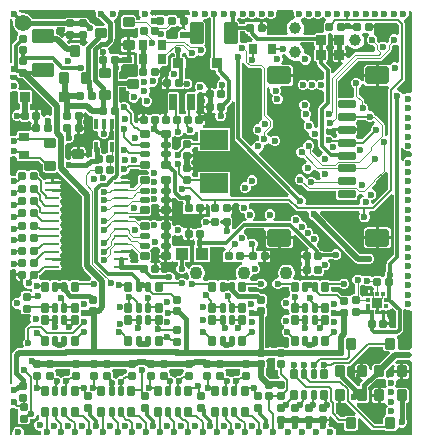
<source format=gbl>
G04*
G04 #@! TF.GenerationSoftware,Altium Limited,Altium Designer,23.4.1 (23)*
G04*
G04 Layer_Physical_Order=4*
G04 Layer_Color=16711680*
%FSLAX25Y25*%
%MOIN*%
G70*
G04*
G04 #@! TF.SameCoordinates,2A909AB2-6846-4FDE-AE5D-498660DCD786*
G04*
G04*
G04 #@! TF.FilePolarity,Positive*
G04*
G01*
G75*
%ADD11C,0.00984*%
%ADD12C,0.00787*%
%ADD15C,0.00591*%
%ADD19C,0.01968*%
%ADD20R,0.12992X0.00787*%
%ADD21R,0.06693X0.00787*%
%ADD22R,0.00787X0.12992*%
%ADD23R,0.05512X0.00787*%
%ADD24R,0.25197X0.00787*%
%ADD25R,0.00787X0.38189*%
%ADD26R,0.00787X0.09055*%
%ADD27R,0.00787X0.06299*%
%ADD28R,0.00787X0.24803*%
%ADD29R,0.00787X0.27559*%
%ADD30R,0.00787X0.14567*%
%ADD31R,0.00787X0.01575*%
G04:AMPARAMS|DCode=32|XSize=25.59mil|YSize=31.5mil|CornerRadius=2.56mil|HoleSize=0mil|Usage=FLASHONLY|Rotation=270.000|XOffset=0mil|YOffset=0mil|HoleType=Round|Shape=RoundedRectangle|*
%AMROUNDEDRECTD32*
21,1,0.02559,0.02638,0,0,270.0*
21,1,0.02047,0.03150,0,0,270.0*
1,1,0.00512,-0.01319,-0.01024*
1,1,0.00512,-0.01319,0.01024*
1,1,0.00512,0.01319,0.01024*
1,1,0.00512,0.01319,-0.01024*
%
%ADD32ROUNDEDRECTD32*%
G04:AMPARAMS|DCode=33|XSize=17.72mil|YSize=31.5mil|CornerRadius=1.77mil|HoleSize=0mil|Usage=FLASHONLY|Rotation=270.000|XOffset=0mil|YOffset=0mil|HoleType=Round|Shape=RoundedRectangle|*
%AMROUNDEDRECTD33*
21,1,0.01772,0.02795,0,0,270.0*
21,1,0.01417,0.03150,0,0,270.0*
1,1,0.00354,-0.01398,-0.00709*
1,1,0.00354,-0.01398,0.00709*
1,1,0.00354,0.01398,0.00709*
1,1,0.00354,0.01398,-0.00709*
%
%ADD33ROUNDEDRECTD33*%
G04:AMPARAMS|DCode=39|XSize=27.56mil|YSize=23.62mil|CornerRadius=2.36mil|HoleSize=0mil|Usage=FLASHONLY|Rotation=90.000|XOffset=0mil|YOffset=0mil|HoleType=Round|Shape=RoundedRectangle|*
%AMROUNDEDRECTD39*
21,1,0.02756,0.01890,0,0,90.0*
21,1,0.02284,0.02362,0,0,90.0*
1,1,0.00472,0.00945,0.01142*
1,1,0.00472,0.00945,-0.01142*
1,1,0.00472,-0.00945,-0.01142*
1,1,0.00472,-0.00945,0.01142*
%
%ADD39ROUNDEDRECTD39*%
G04:AMPARAMS|DCode=43|XSize=27.56mil|YSize=23.62mil|CornerRadius=2.36mil|HoleSize=0mil|Usage=FLASHONLY|Rotation=180.000|XOffset=0mil|YOffset=0mil|HoleType=Round|Shape=RoundedRectangle|*
%AMROUNDEDRECTD43*
21,1,0.02756,0.01890,0,0,180.0*
21,1,0.02284,0.02362,0,0,180.0*
1,1,0.00472,-0.01142,0.00945*
1,1,0.00472,0.01142,0.00945*
1,1,0.00472,0.01142,-0.00945*
1,1,0.00472,-0.01142,-0.00945*
%
%ADD43ROUNDEDRECTD43*%
G04:AMPARAMS|DCode=45|XSize=35.43mil|YSize=37.4mil|CornerRadius=3.54mil|HoleSize=0mil|Usage=FLASHONLY|Rotation=270.000|XOffset=0mil|YOffset=0mil|HoleType=Round|Shape=RoundedRectangle|*
%AMROUNDEDRECTD45*
21,1,0.03543,0.03032,0,0,270.0*
21,1,0.02835,0.03740,0,0,270.0*
1,1,0.00709,-0.01516,-0.01417*
1,1,0.00709,-0.01516,0.01417*
1,1,0.00709,0.01516,0.01417*
1,1,0.00709,0.01516,-0.01417*
%
%ADD45ROUNDEDRECTD45*%
G04:AMPARAMS|DCode=49|XSize=27.56mil|YSize=36.22mil|CornerRadius=2.76mil|HoleSize=0mil|Usage=FLASHONLY|Rotation=0.000|XOffset=0mil|YOffset=0mil|HoleType=Round|Shape=RoundedRectangle|*
%AMROUNDEDRECTD49*
21,1,0.02756,0.03071,0,0,0.0*
21,1,0.02205,0.03622,0,0,0.0*
1,1,0.00551,0.01102,-0.01535*
1,1,0.00551,-0.01102,-0.01535*
1,1,0.00551,-0.01102,0.01535*
1,1,0.00551,0.01102,0.01535*
%
%ADD49ROUNDEDRECTD49*%
G04:AMPARAMS|DCode=51|XSize=35.43mil|YSize=37.4mil|CornerRadius=3.54mil|HoleSize=0mil|Usage=FLASHONLY|Rotation=270.000|XOffset=0mil|YOffset=0mil|HoleType=Round|Shape=RoundedRectangle|*
%AMROUNDEDRECTD51*
21,1,0.03543,0.03032,0,0,270.0*
21,1,0.02835,0.03740,0,0,270.0*
1,1,0.00709,-0.01516,-0.01417*
1,1,0.00709,-0.01516,0.01417*
1,1,0.00709,0.01516,0.01417*
1,1,0.00709,0.01516,-0.01417*
%
%ADD51ROUNDEDRECTD51*%
%ADD85C,0.00492*%
%ADD86C,0.01575*%
%ADD87C,0.01181*%
%ADD88C,0.01260*%
%ADD90C,0.02362*%
%ADD91C,0.04331*%
%ADD92C,0.03900*%
%ADD93C,0.05512*%
G04:AMPARAMS|DCode=94|XSize=25.59mil|YSize=31.5mil|CornerRadius=2.56mil|HoleSize=0mil|Usage=FLASHONLY|Rotation=0.000|XOffset=0mil|YOffset=0mil|HoleType=Round|Shape=RoundedRectangle|*
%AMROUNDEDRECTD94*
21,1,0.02559,0.02638,0,0,0.0*
21,1,0.02047,0.03150,0,0,0.0*
1,1,0.00512,0.01024,-0.01319*
1,1,0.00512,-0.01024,-0.01319*
1,1,0.00512,-0.01024,0.01319*
1,1,0.00512,0.01024,0.01319*
%
%ADD94ROUNDEDRECTD94*%
G04:AMPARAMS|DCode=95|XSize=17.72mil|YSize=31.5mil|CornerRadius=1.77mil|HoleSize=0mil|Usage=FLASHONLY|Rotation=0.000|XOffset=0mil|YOffset=0mil|HoleType=Round|Shape=RoundedRectangle|*
%AMROUNDEDRECTD95*
21,1,0.01772,0.02795,0,0,0.0*
21,1,0.01417,0.03150,0,0,0.0*
1,1,0.00354,0.00709,-0.01398*
1,1,0.00354,-0.00709,-0.01398*
1,1,0.00354,-0.00709,0.01398*
1,1,0.00354,0.00709,0.01398*
%
%ADD95ROUNDEDRECTD95*%
G04:AMPARAMS|DCode=96|XSize=33.47mil|YSize=33.47mil|CornerRadius=3.35mil|HoleSize=0mil|Usage=FLASHONLY|Rotation=0.000|XOffset=0mil|YOffset=0mil|HoleType=Round|Shape=RoundedRectangle|*
%AMROUNDEDRECTD96*
21,1,0.03347,0.02677,0,0,0.0*
21,1,0.02677,0.03347,0,0,0.0*
1,1,0.00669,0.01339,-0.01339*
1,1,0.00669,-0.01339,-0.01339*
1,1,0.00669,-0.01339,0.01339*
1,1,0.00669,0.01339,0.01339*
%
%ADD96ROUNDEDRECTD96*%
G04:AMPARAMS|DCode=97|XSize=78.74mil|YSize=57.09mil|CornerRadius=5.71mil|HoleSize=0mil|Usage=FLASHONLY|Rotation=180.000|XOffset=0mil|YOffset=0mil|HoleType=Round|Shape=RoundedRectangle|*
%AMROUNDEDRECTD97*
21,1,0.07874,0.04567,0,0,180.0*
21,1,0.06732,0.05709,0,0,180.0*
1,1,0.01142,-0.03366,0.02284*
1,1,0.01142,0.03366,0.02284*
1,1,0.01142,0.03366,-0.02284*
1,1,0.01142,-0.03366,-0.02284*
%
%ADD97ROUNDEDRECTD97*%
G04:AMPARAMS|DCode=98|XSize=59.06mil|YSize=25.59mil|CornerRadius=2.56mil|HoleSize=0mil|Usage=FLASHONLY|Rotation=180.000|XOffset=0mil|YOffset=0mil|HoleType=Round|Shape=RoundedRectangle|*
%AMROUNDEDRECTD98*
21,1,0.05906,0.02047,0,0,180.0*
21,1,0.05394,0.02559,0,0,180.0*
1,1,0.00512,-0.02697,0.01024*
1,1,0.00512,0.02697,0.01024*
1,1,0.00512,0.02697,-0.01024*
1,1,0.00512,-0.02697,-0.01024*
%
%ADD98ROUNDEDRECTD98*%
G04:AMPARAMS|DCode=99|XSize=35.43mil|YSize=37.4mil|CornerRadius=3.54mil|HoleSize=0mil|Usage=FLASHONLY|Rotation=180.000|XOffset=0mil|YOffset=0mil|HoleType=Round|Shape=RoundedRectangle|*
%AMROUNDEDRECTD99*
21,1,0.03543,0.03032,0,0,180.0*
21,1,0.02835,0.03740,0,0,180.0*
1,1,0.00709,-0.01417,0.01516*
1,1,0.00709,0.01417,0.01516*
1,1,0.00709,0.01417,-0.01516*
1,1,0.00709,-0.01417,-0.01516*
%
%ADD99ROUNDEDRECTD99*%
%ADD100R,0.01378X0.01476*%
%ADD101R,0.01968X0.01968*%
G04:AMPARAMS|DCode=102|XSize=12.6mil|YSize=31.5mil|CornerRadius=1.26mil|HoleSize=0mil|Usage=FLASHONLY|Rotation=180.000|XOffset=0mil|YOffset=0mil|HoleType=Round|Shape=RoundedRectangle|*
%AMROUNDEDRECTD102*
21,1,0.01260,0.02898,0,0,180.0*
21,1,0.01008,0.03150,0,0,180.0*
1,1,0.00252,-0.00504,0.01449*
1,1,0.00252,0.00504,0.01449*
1,1,0.00252,0.00504,-0.01449*
1,1,0.00252,-0.00504,-0.01449*
%
%ADD102ROUNDEDRECTD102*%
%ADD103O,0.04961X0.00984*%
G04:AMPARAMS|DCode=104|XSize=70.87mil|YSize=45.28mil|CornerRadius=4.53mil|HoleSize=0mil|Usage=FLASHONLY|Rotation=0.000|XOffset=0mil|YOffset=0mil|HoleType=Round|Shape=RoundedRectangle|*
%AMROUNDEDRECTD104*
21,1,0.07087,0.03622,0,0,0.0*
21,1,0.06181,0.04528,0,0,0.0*
1,1,0.00906,0.03091,-0.01811*
1,1,0.00906,-0.03091,-0.01811*
1,1,0.00906,-0.03091,0.01811*
1,1,0.00906,0.03091,0.01811*
%
%ADD104ROUNDEDRECTD104*%
G04:AMPARAMS|DCode=105|XSize=35.83mil|YSize=33.47mil|CornerRadius=3.35mil|HoleSize=0mil|Usage=FLASHONLY|Rotation=0.000|XOffset=0mil|YOffset=0mil|HoleType=Round|Shape=RoundedRectangle|*
%AMROUNDEDRECTD105*
21,1,0.03583,0.02677,0,0,0.0*
21,1,0.02913,0.03347,0,0,0.0*
1,1,0.00669,0.01457,-0.01339*
1,1,0.00669,-0.01457,-0.01339*
1,1,0.00669,-0.01457,0.01339*
1,1,0.00669,0.01457,0.01339*
%
%ADD105ROUNDEDRECTD105*%
%ADD106R,0.09449X0.06693*%
%ADD107R,0.01476X0.01378*%
G04:AMPARAMS|DCode=108|XSize=27.56mil|YSize=55.12mil|CornerRadius=2.76mil|HoleSize=0mil|Usage=FLASHONLY|Rotation=0.000|XOffset=0mil|YOffset=0mil|HoleType=Round|Shape=RoundedRectangle|*
%AMROUNDEDRECTD108*
21,1,0.02756,0.04961,0,0,0.0*
21,1,0.02205,0.05512,0,0,0.0*
1,1,0.00551,0.01102,-0.02480*
1,1,0.00551,-0.01102,-0.02480*
1,1,0.00551,-0.01102,0.02480*
1,1,0.00551,0.01102,0.02480*
%
%ADD108ROUNDEDRECTD108*%
G04:AMPARAMS|DCode=109|XSize=35.43mil|YSize=37.4mil|CornerRadius=3.54mil|HoleSize=0mil|Usage=FLASHONLY|Rotation=180.000|XOffset=0mil|YOffset=0mil|HoleType=Round|Shape=RoundedRectangle|*
%AMROUNDEDRECTD109*
21,1,0.03543,0.03032,0,0,180.0*
21,1,0.02835,0.03740,0,0,180.0*
1,1,0.00709,-0.01417,0.01516*
1,1,0.00709,0.01417,0.01516*
1,1,0.00709,0.01417,-0.01516*
1,1,0.00709,-0.01417,-0.01516*
%
%ADD109ROUNDEDRECTD109*%
%ADD110R,0.03937X0.04331*%
G04:AMPARAMS|DCode=111|XSize=70.87mil|YSize=45.28mil|CornerRadius=4.53mil|HoleSize=0mil|Usage=FLASHONLY|Rotation=90.000|XOffset=0mil|YOffset=0mil|HoleType=Round|Shape=RoundedRectangle|*
%AMROUNDEDRECTD111*
21,1,0.07087,0.03622,0,0,90.0*
21,1,0.06181,0.04528,0,0,90.0*
1,1,0.00906,0.01811,0.03091*
1,1,0.00906,0.01811,-0.03091*
1,1,0.00906,-0.01811,-0.03091*
1,1,0.00906,-0.01811,0.03091*
%
%ADD111ROUNDEDRECTD111*%
G04:AMPARAMS|DCode=112|XSize=27.56mil|YSize=36.22mil|CornerRadius=2.76mil|HoleSize=0mil|Usage=FLASHONLY|Rotation=90.000|XOffset=0mil|YOffset=0mil|HoleType=Round|Shape=RoundedRectangle|*
%AMROUNDEDRECTD112*
21,1,0.02756,0.03071,0,0,90.0*
21,1,0.02205,0.03622,0,0,90.0*
1,1,0.00551,0.01535,0.01102*
1,1,0.00551,0.01535,-0.01102*
1,1,0.00551,-0.01535,-0.01102*
1,1,0.00551,-0.01535,0.01102*
%
%ADD112ROUNDEDRECTD112*%
G36*
X60057Y140945D02*
X60039Y140904D01*
Y140384D01*
X59721Y140151D01*
X59509Y140051D01*
X59312Y139996D01*
X59141Y140110D01*
X58819Y140174D01*
X58366D01*
Y138189D01*
Y135945D01*
X58697Y135417D01*
X58598Y135213D01*
X58379D01*
X57978Y135379D01*
X57273D01*
X56622Y135110D01*
X56124Y134611D01*
X55854Y133960D01*
Y133255D01*
X55999Y132905D01*
X55582Y132117D01*
X52491D01*
X52317Y132376D01*
X52031Y132568D01*
X51975Y133348D01*
Y134053D01*
X51937Y134144D01*
X51935Y134218D01*
X52246Y134990D01*
X52522Y135174D01*
X53552Y136204D01*
X54882D01*
X55204Y136268D01*
X55464Y136442D01*
X55487Y136451D01*
X56324D01*
X56347Y136442D01*
X56607Y136268D01*
X56929Y136204D01*
X57382D01*
Y138189D01*
Y140174D01*
X56929D01*
X56607Y140110D01*
X56347Y139936D01*
X56324Y139927D01*
X55487D01*
X55464Y139936D01*
X55204Y140110D01*
X54882Y140174D01*
X52992D01*
X52670Y140110D01*
X52410Y139936D01*
X52387Y139927D01*
X51550D01*
X51527Y139936D01*
X51267Y140110D01*
X50945Y140174D01*
X49055D01*
X48733Y140110D01*
X48484Y139944D01*
X48342Y140002D01*
X47638D01*
X47380Y139896D01*
X47159Y139988D01*
X46654Y140428D01*
Y140904D01*
X46637Y140945D01*
X47163Y141732D01*
X59530D01*
X60057Y140945D01*
D02*
G37*
G36*
X94702D02*
X94685Y140904D01*
Y140199D01*
X94955Y139548D01*
X95088Y139415D01*
X94762Y138627D01*
X94732D01*
X93986Y138427D01*
X93317Y138041D01*
X92770Y137495D01*
X92384Y136826D01*
X92184Y136079D01*
Y135307D01*
X92384Y134560D01*
X92593Y134198D01*
X92202Y133411D01*
X85751D01*
X85527Y133955D01*
X85475Y134198D01*
X85628Y134427D01*
X85692Y134749D01*
Y135399D01*
X83904D01*
Y135891D01*
X83412D01*
Y137876D01*
X82959D01*
X82636Y137812D01*
X82377Y137638D01*
X82354Y137629D01*
X81516D01*
X81494Y137638D01*
X81235Y137812D01*
X80912Y137876D01*
X79022D01*
X78699Y137812D01*
X78426Y137629D01*
X78243Y137355D01*
X78192Y137095D01*
X76510D01*
X76436Y137468D01*
X76205Y137813D01*
X75860Y138043D01*
X75614Y138092D01*
Y138877D01*
X76380Y139195D01*
X76499Y139106D01*
X76556Y139049D01*
X77207Y138779D01*
X77912D01*
X78563Y139049D01*
X78619Y139106D01*
X79134Y139493D01*
X79648Y139106D01*
X79705Y139049D01*
X80356Y138779D01*
X81061D01*
X81712Y139049D01*
X81769Y139106D01*
X82284Y139493D01*
X82798Y139106D01*
X82855Y139049D01*
X83506Y138779D01*
X84211D01*
X84862Y139049D01*
X84919Y139106D01*
X85433Y139493D01*
X85948Y139106D01*
X86004Y139049D01*
X86655Y138779D01*
X87360D01*
X88011Y139049D01*
X88510Y139548D01*
X88779Y140199D01*
Y140904D01*
X88762Y140945D01*
X89289Y141732D01*
X94176D01*
X94702Y140945D01*
D02*
G37*
G36*
X43127D02*
X43110Y140904D01*
Y140199D01*
X43380Y139548D01*
X43551Y139377D01*
X43225Y138589D01*
X42036D01*
Y139154D01*
X41963Y139522D01*
X41754Y139835D01*
X41442Y140044D01*
X41073Y140117D01*
X38041D01*
X37673Y140044D01*
X37360Y139835D01*
X37151Y139522D01*
X37078Y139154D01*
Y136319D01*
X37151Y135950D01*
X37360Y135638D01*
X37673Y135429D01*
X38041Y135355D01*
X41073D01*
X41442Y135429D01*
X41754Y135638D01*
X41963Y135950D01*
X42700Y135787D01*
Y133504D01*
X42732Y133347D01*
X42780Y133034D01*
X42200Y132367D01*
X41783Y132355D01*
X41692Y132396D01*
X41442Y132563D01*
X41073Y132637D01*
X40049D01*
Y130256D01*
Y127875D01*
X41073D01*
X41442Y127948D01*
X42208Y127602D01*
X42339Y127291D01*
X42306Y127126D01*
Y124055D01*
X42373Y123717D01*
X42415Y123655D01*
X42794Y123080D01*
X42666Y122724D01*
X42602Y122402D01*
Y120167D01*
X42600Y120117D01*
X42075Y119465D01*
X41998Y119422D01*
X39553D01*
X39184Y119349D01*
X38872Y119140D01*
X38740Y118942D01*
X36371D01*
Y121059D01*
X36835Y121523D01*
X37105Y122174D01*
Y122879D01*
X37650Y123622D01*
X41339D01*
Y126772D01*
X36614D01*
X36614Y126772D01*
Y126772D01*
X36540Y126874D01*
X36496Y126935D01*
X36222Y127117D01*
X36222Y127117D01*
X35900Y127181D01*
X34010D01*
X33687Y127117D01*
X33568Y127038D01*
X32892Y127463D01*
X32907Y127499D01*
Y128203D01*
X32637Y128855D01*
X33072Y129533D01*
X34448Y130909D01*
X34753Y131364D01*
X34860Y131902D01*
Y137411D01*
X34753Y137949D01*
X34698Y138031D01*
X34692Y138077D01*
X34960Y138898D01*
X35011Y138948D01*
X35256Y139049D01*
X35754Y139548D01*
X36024Y140199D01*
Y140904D01*
X36007Y140945D01*
X36533Y141732D01*
X42601D01*
X43127Y140945D01*
D02*
G37*
G36*
X28560D02*
X28543Y140904D01*
Y140199D01*
X28813Y139548D01*
X29311Y139049D01*
X29963Y138779D01*
X30100D01*
X31715Y137164D01*
X31389Y136377D01*
X28789D01*
X28438Y136307D01*
X28282Y136684D01*
X27783Y137182D01*
X27132Y137452D01*
X26995D01*
X26445Y138001D01*
X26197Y138167D01*
Y138347D01*
X26133Y138669D01*
X25950Y138943D01*
X25677Y139125D01*
X25354Y139189D01*
X23071D01*
X22748Y139125D01*
X22605Y139029D01*
X22146Y138979D01*
X21687Y139029D01*
X21543Y139125D01*
X21220Y139189D01*
X18937D01*
X18614Y139125D01*
X18341Y138943D01*
X18250Y138806D01*
X7384D01*
X7009Y139456D01*
X6385Y140079D01*
X5622Y140520D01*
X4771Y140748D01*
X3890D01*
X3740Y140708D01*
X3727Y140711D01*
X3636Y140945D01*
X4176Y141732D01*
X28034D01*
X28560Y140945D01*
D02*
G37*
G36*
X129607Y136789D02*
Y133967D01*
X128819Y133530D01*
X128502Y133661D01*
X127797D01*
X127146Y133392D01*
X126648Y132893D01*
X126378Y132242D01*
Y131537D01*
X126440Y131387D01*
X125719Y130666D01*
X125405Y130980D01*
X124754Y131250D01*
X124049D01*
X123398Y130980D01*
X123097Y130679D01*
X123085Y130680D01*
X122379Y131387D01*
X122441Y131537D01*
Y132242D01*
X122171Y132893D01*
X121673Y133392D01*
X121305Y133544D01*
X121188Y134389D01*
X121193Y134392D01*
X121376Y134666D01*
X121440Y134988D01*
Y135638D01*
X119652D01*
Y136622D01*
X121440D01*
Y137272D01*
X121600Y137467D01*
X128929D01*
X129607Y136789D01*
D02*
G37*
G36*
X98546Y139106D02*
X98603Y139049D01*
X99254Y138779D01*
X99959D01*
X100610Y139049D01*
X100667Y139106D01*
X101181Y139493D01*
X101696Y139106D01*
X101752Y139049D01*
X102403Y138779D01*
X103108D01*
X103760Y139049D01*
X103816Y139106D01*
X104331Y139493D01*
X104845Y139106D01*
X104902Y139049D01*
X105296Y138886D01*
X105216Y138067D01*
X105132Y138050D01*
X104858Y137868D01*
X104676Y137594D01*
X104612Y137272D01*
Y134988D01*
X104623Y134930D01*
X104230Y134275D01*
X104078Y134142D01*
X102244D01*
X101883Y134071D01*
X101577Y133866D01*
X101373Y133560D01*
X101343Y133411D01*
X98035D01*
X97643Y134198D01*
X97852Y134560D01*
X98052Y135307D01*
Y136079D01*
X97852Y136826D01*
X97466Y137495D01*
X96922Y138039D01*
X96911Y138111D01*
X97046Y138877D01*
X97460Y139049D01*
X97517Y139106D01*
X98032Y139493D01*
X98546Y139106D01*
D02*
G37*
G36*
X78243Y134427D02*
X78426Y134153D01*
X78699Y133970D01*
X79022Y133906D01*
X79374D01*
X79445Y133549D01*
X79706Y133158D01*
X80819Y132044D01*
X80493Y131257D01*
X79803D01*
X79465Y131190D01*
X79179Y130999D01*
X79179Y130998D01*
X78704Y130709D01*
X78183Y130702D01*
X77836Y130846D01*
X77265D01*
X77125Y130852D01*
X76516Y131444D01*
Y134687D01*
X78192D01*
X78243Y134427D01*
D02*
G37*
G36*
X1021Y138006D02*
X1025Y137992D01*
X984Y137842D01*
Y136961D01*
X1212Y136110D01*
X1653Y135347D01*
X2276Y134724D01*
X2479Y134606D01*
X2549Y134386D01*
X2596Y133630D01*
X2544Y133551D01*
X2479Y133228D01*
Y132199D01*
X1019Y130738D01*
X787Y130392D01*
X729Y130383D01*
X0Y130759D01*
Y137556D01*
X787Y138096D01*
X1021Y138006D01*
D02*
G37*
G36*
X129607Y129813D02*
Y124662D01*
X128819Y124198D01*
X128547Y124311D01*
X127842D01*
X127191Y124041D01*
X126693Y123543D01*
X126667Y123481D01*
X126260Y123358D01*
X125807Y123448D01*
X122933D01*
Y119980D01*
X122441D01*
D01*
X122933D01*
Y116513D01*
X125807D01*
X125910Y116533D01*
X126285Y115913D01*
X126310Y115810D01*
X126111Y115513D01*
X126035Y115129D01*
Y100299D01*
X125273Y99780D01*
X125039Y99858D01*
X124826Y100042D01*
Y103364D01*
X124761Y103691D01*
X124576Y103967D01*
X121977Y106566D01*
X121701Y106751D01*
X121560Y106779D01*
X121384Y107204D01*
X120885Y107703D01*
X120234Y107972D01*
X119891D01*
X119353Y108649D01*
X119340Y108700D01*
X119368Y108767D01*
Y109472D01*
X119098Y110123D01*
X118600Y110622D01*
X118089Y110833D01*
Y111469D01*
X118025Y111795D01*
X117840Y112072D01*
X116306Y113605D01*
Y115857D01*
X116456Y115919D01*
X116955Y116418D01*
X117224Y117069D01*
X117872Y117219D01*
X118012Y117197D01*
X118237Y116859D01*
X118622Y116603D01*
X119075Y116513D01*
X121949D01*
Y119488D01*
X117891D01*
Y118223D01*
X117103Y118066D01*
X116955Y118425D01*
X116456Y118923D01*
X115805Y119193D01*
X115100D01*
X114449Y118923D01*
X113951Y118425D01*
X113681Y117774D01*
Y117069D01*
X113951Y116418D01*
X114449Y115919D01*
X114600Y115857D01*
Y113252D01*
X114133Y112578D01*
X114008Y112497D01*
X109508D01*
X109367Y112613D01*
Y118270D01*
X115933Y124836D01*
X123327D01*
X123653Y124901D01*
X123930Y125086D01*
X126924Y128080D01*
X127109Y128357D01*
X127174Y128683D01*
Y129624D01*
X127790Y130121D01*
X127797Y130118D01*
X128502D01*
X128819Y130250D01*
X129607Y129813D01*
D02*
G37*
G36*
X18332Y135874D02*
X18341Y135852D01*
Y135014D01*
X18332Y134992D01*
X18158Y134732D01*
X18094Y134409D01*
Y133957D01*
X20079D01*
Y133465D01*
X20571D01*
Y131677D01*
X21220D01*
X21543Y131741D01*
X21630Y131799D01*
X21837Y131924D01*
X22454D01*
X22662Y131799D01*
X22748Y131741D01*
X23071Y131677D01*
X23720D01*
Y133465D01*
X24705D01*
Y131677D01*
X25354D01*
X25483Y131702D01*
X25927Y131033D01*
X25132Y130238D01*
X24828Y129782D01*
X24821Y129746D01*
X24034Y129744D01*
X23961Y130113D01*
X23752Y130425D01*
X23439Y130634D01*
X23071Y130708D01*
X20236D01*
X19868Y130634D01*
X19555Y130425D01*
X19451Y130415D01*
X18948Y130994D01*
X19246Y131677D01*
X19587D01*
Y132973D01*
X18094D01*
Y132829D01*
X17319Y132490D01*
X16697Y133113D01*
X16176Y133460D01*
X15561Y133583D01*
X15178Y134202D01*
Y135068D01*
X15150Y135209D01*
X15544Y135864D01*
X15695Y135997D01*
X18250D01*
X18332Y135874D01*
D02*
G37*
G36*
X118125Y134383D02*
X118385Y134209D01*
X118707Y134145D01*
X119427D01*
X119621Y133533D01*
X119632Y133358D01*
X119167Y132893D01*
X118898Y132242D01*
Y131537D01*
X119167Y130886D01*
X119666Y130388D01*
X120317Y130118D01*
X121022D01*
X121629Y129609D01*
Y128683D01*
X121629Y128683D01*
X121683Y128413D01*
X121678Y128331D01*
X121249Y127626D01*
X115131D01*
X114804Y127561D01*
X114527Y127376D01*
X112873Y125721D01*
X112085Y126047D01*
Y126378D01*
X110295D01*
Y124588D01*
X110626D01*
X110952Y123801D01*
X107784Y120633D01*
X107057Y120934D01*
Y121776D01*
X107057Y121776D01*
X106965Y122237D01*
X106704Y122627D01*
X106704Y122627D01*
X105441Y123891D01*
X105411Y124034D01*
X105584Y124861D01*
X105588Y124864D01*
X105793Y125171D01*
X105865Y125531D01*
Y128209D01*
X105793Y128570D01*
X105588Y128876D01*
X105510Y128928D01*
X105480Y129023D01*
Y129707D01*
X105510Y129803D01*
X105588Y129855D01*
X105793Y130161D01*
X105865Y130522D01*
Y133199D01*
X105833Y133358D01*
X106172Y133959D01*
X106284Y134077D01*
X107102D01*
X107279Y133890D01*
X107516Y133535D01*
X107558Y133385D01*
X107521Y133199D01*
Y132352D01*
X109803D01*
Y131368D01*
X107521D01*
Y130522D01*
X107593Y130161D01*
X107798Y129855D01*
X107876Y129803D01*
X107906Y129707D01*
Y129023D01*
X107876Y128928D01*
X107798Y128876D01*
X107593Y128570D01*
X107521Y128209D01*
Y127362D01*
X112085D01*
Y128209D01*
X112013Y128570D01*
X111809Y128876D01*
X111731Y128928D01*
X111701Y129023D01*
Y129707D01*
X111731Y129803D01*
X111809Y129855D01*
X111848Y129914D01*
X112634Y129974D01*
X112741Y129941D01*
X112770Y129891D01*
X113317Y129345D01*
X113986Y128959D01*
X114732Y128759D01*
X115505D01*
X116251Y128959D01*
X116920Y129345D01*
X117466Y129891D01*
X117852Y130560D01*
X118052Y131307D01*
Y132079D01*
X117852Y132826D01*
X117466Y133495D01*
X117409Y133552D01*
X117399Y133605D01*
X118056Y134392D01*
X118103D01*
X118125Y134383D01*
D02*
G37*
G36*
X67107Y139030D02*
Y126058D01*
X66990Y125980D01*
X66786Y125674D01*
X66714Y125313D01*
Y122636D01*
X66786Y122275D01*
X66990Y121969D01*
X67296Y121764D01*
X67658Y121692D01*
X68043D01*
X68674Y121326D01*
X68765Y120865D01*
X69027Y120475D01*
X70099Y119403D01*
X69914Y118474D01*
X69800Y118426D01*
X69301Y117928D01*
X69032Y117277D01*
Y116572D01*
X69071Y116476D01*
X69115Y116225D01*
X68505Y115517D01*
X68085D01*
X68063Y115526D01*
X67803Y115700D01*
X67480Y115764D01*
X67028D01*
Y113779D01*
X66535D01*
Y113287D01*
X64748D01*
Y112638D01*
X64812Y112315D01*
X64985Y112055D01*
X64995Y112033D01*
Y111195D01*
X64985Y111173D01*
X64812Y110913D01*
X64748Y110591D01*
Y109941D01*
X66535D01*
Y109449D01*
X67028D01*
Y107464D01*
X67480D01*
X67803Y107528D01*
X67874Y107576D01*
X68510Y107053D01*
X68399Y106786D01*
Y106081D01*
X68669Y105430D01*
X69167Y104932D01*
X69818Y104662D01*
X70523D01*
X71174Y104932D01*
X71672Y105430D01*
X71942Y106081D01*
Y106786D01*
X71942Y106788D01*
X71748Y107498D01*
X72013Y107711D01*
X72196Y107984D01*
X72260Y108307D01*
Y109534D01*
X73958Y111231D01*
X74091Y111431D01*
X74878Y111209D01*
Y98997D01*
X74878Y98997D01*
X74970Y98537D01*
X75231Y98146D01*
X93064Y80313D01*
X92738Y79525D01*
X73768D01*
X73204Y80065D01*
Y87939D01*
X62574D01*
Y86042D01*
X60900D01*
X60848Y86306D01*
X60674Y86566D01*
X60665Y86588D01*
Y87426D01*
X60674Y87449D01*
X60848Y87708D01*
X60912Y88031D01*
Y88484D01*
X58927D01*
Y89468D01*
X60912D01*
Y89921D01*
X60848Y90243D01*
X60665Y90517D01*
X60411Y90687D01*
X60391Y90802D01*
Y91383D01*
X60411Y91498D01*
X60665Y91668D01*
X60848Y91942D01*
X60912Y92264D01*
Y92717D01*
X58927D01*
Y93701D01*
X60912D01*
Y94154D01*
X60848Y94477D01*
X60674Y94736D01*
X60665Y94759D01*
Y95453D01*
X61226Y96143D01*
X62574D01*
Y94632D01*
X73204D01*
Y102506D01*
X64366D01*
X64288Y103293D01*
X64372Y103310D01*
X64646Y103493D01*
X64828Y103766D01*
X64893Y104089D01*
Y104738D01*
X63105D01*
Y105230D01*
X62613D01*
Y107215D01*
X62372D01*
X62089Y107973D01*
X62110Y107987D01*
X62301Y108274D01*
X62369Y108612D01*
Y113572D01*
X62321Y113813D01*
X62552Y114122D01*
X62906Y114423D01*
X63033Y114370D01*
X63738D01*
X63960Y114462D01*
X64264Y114272D01*
X66043D01*
Y115764D01*
X65885D01*
X65584Y115775D01*
X65158Y116481D01*
Y116494D01*
X64888Y117145D01*
X64389Y117644D01*
X63738Y117913D01*
X63033D01*
X62382Y117644D01*
X61884Y117145D01*
X61614Y116494D01*
Y115789D01*
X61865Y115183D01*
X61746Y114901D01*
X61542Y114552D01*
X61453Y114455D01*
X59281D01*
X58943Y114388D01*
X58656Y114197D01*
X58465Y113910D01*
X58398Y113572D01*
Y108612D01*
X58465Y108274D01*
X58656Y107988D01*
Y107215D01*
X58223D01*
X57900Y107151D01*
X57426Y107048D01*
X57033Y107205D01*
X56710Y107269D01*
X56247D01*
Y108051D01*
X56396Y108274D01*
X56463Y108612D01*
Y113572D01*
X56396Y113910D01*
X56204Y114197D01*
X55918Y114388D01*
X55580Y114455D01*
X53375D01*
X53037Y114388D01*
X52751Y114197D01*
X52560Y113910D01*
X52492Y113572D01*
Y108612D01*
X52560Y108274D01*
X52705Y108057D01*
X52625Y107723D01*
X52408Y107269D01*
X52320D01*
Y105285D01*
X51336D01*
Y107269D01*
X50883D01*
X50561Y107205D01*
X49966Y106932D01*
X49693Y107115D01*
X49693Y107115D01*
X49370Y107179D01*
X47481D01*
X47158Y107115D01*
X46898Y106941D01*
X46876Y106932D01*
X46038D01*
X46016Y106941D01*
X45756Y107115D01*
X45433Y107179D01*
X44981D01*
Y105194D01*
X44488D01*
Y104702D01*
X42701D01*
Y104322D01*
X42586Y104125D01*
X41860Y103980D01*
X41261Y104511D01*
Y107195D01*
X41184Y107579D01*
X40967Y107905D01*
X39874Y108997D01*
X39874Y108997D01*
Y109702D01*
X39605Y110353D01*
X39106Y110851D01*
X38455Y111121D01*
X37750D01*
X37099Y110851D01*
X36371Y111237D01*
Y116132D01*
X38590D01*
Y115624D01*
X38663Y115255D01*
X38872Y114943D01*
X39184Y114734D01*
X39553Y114661D01*
X39647D01*
X39973Y113873D01*
X39791Y113691D01*
X39522Y113040D01*
Y112335D01*
X39791Y111684D01*
X40290Y111186D01*
X40941Y110916D01*
X41646D01*
X42297Y111186D01*
X42795Y111684D01*
X43065Y112335D01*
Y112369D01*
X43379Y112790D01*
X43395Y112801D01*
X43795Y112913D01*
X44115Y112328D01*
X43845Y111677D01*
Y110972D01*
X44115Y110321D01*
X44613Y109823D01*
X45264Y109553D01*
X45969D01*
X46620Y109823D01*
X47119Y110321D01*
X47388Y110972D01*
Y111677D01*
X47119Y112328D01*
X46620Y112827D01*
X46371Y112930D01*
X46152Y113824D01*
X46241Y113913D01*
X46511Y114565D01*
Y115269D01*
X46295Y115791D01*
X46551Y116191D01*
X46819Y116426D01*
X47206Y116265D01*
X47911D01*
X48562Y116535D01*
X49061Y117034D01*
X49330Y117685D01*
Y118389D01*
X49287Y118494D01*
X49285Y118570D01*
X49594Y119339D01*
X49867Y119522D01*
X50050Y119796D01*
X50114Y120118D01*
Y120768D01*
X48326D01*
Y121752D01*
X50114D01*
Y122402D01*
X50565Y123080D01*
X50698Y123172D01*
X51693D01*
X52031Y123239D01*
X52317Y123431D01*
X52509Y123717D01*
X52576Y124055D01*
Y126424D01*
X52740Y126534D01*
X53691Y127485D01*
X54597Y127357D01*
X54906Y127048D01*
Y126256D01*
X54665D01*
X54304Y126184D01*
X53998Y125980D01*
X53794Y125674D01*
X53722Y125313D01*
Y122636D01*
X53794Y122275D01*
X53759Y121849D01*
X53261Y121350D01*
X52991Y120699D01*
Y119994D01*
X52423Y119307D01*
X51417D01*
X51095Y119243D01*
X50821Y119061D01*
X50639Y118787D01*
X50574Y118465D01*
Y117815D01*
X52362D01*
Y117323D01*
X52854D01*
Y115338D01*
X53307D01*
X53630Y115402D01*
X53890Y115576D01*
X53912Y115585D01*
X54750D01*
X54772Y115576D01*
X55032Y115402D01*
X55354Y115338D01*
X57244D01*
X57567Y115402D01*
X57840Y115585D01*
X57860Y115615D01*
X57982Y115627D01*
X58634Y115357D01*
X59338D01*
X59989Y115627D01*
X60488Y116125D01*
X60757Y116776D01*
Y117481D01*
X60488Y118132D01*
X59989Y118631D01*
X59338Y118900D01*
X58634D01*
X58231Y119169D01*
Y121959D01*
X58246Y121969D01*
X58450Y122275D01*
X58522Y122636D01*
Y125313D01*
X58450Y125674D01*
X58246Y125980D01*
X57940Y126184D01*
X57579Y126256D01*
X57315D01*
Y127071D01*
X57600Y127357D01*
X58486Y127462D01*
X58765Y127256D01*
Y127050D01*
X59035Y126399D01*
X59533Y125900D01*
X60184Y125631D01*
X60889D01*
X61540Y125900D01*
X62038Y126399D01*
X62985Y126627D01*
X63151Y126559D01*
X63856D01*
X64507Y126829D01*
X65005Y127327D01*
X65275Y127978D01*
Y128683D01*
X65005Y129334D01*
X64788Y130127D01*
X65018Y130472D01*
X65099Y130879D01*
Y137061D01*
X65018Y137468D01*
X64788Y137813D01*
X64443Y138043D01*
X64428Y138067D01*
X64707Y138779D01*
X65313D01*
X65964Y139049D01*
X66021Y139106D01*
X66488Y139457D01*
X67107Y139030D01*
D02*
G37*
G36*
X101301Y130522D02*
X101373Y130161D01*
X101577Y129855D01*
X101655Y129803D01*
X101685Y129707D01*
Y129023D01*
X101655Y128928D01*
X101577Y128876D01*
X101373Y128570D01*
X101301Y128209D01*
Y125531D01*
X101373Y125171D01*
X101577Y124864D01*
X101883Y124660D01*
X102307Y124117D01*
X102399Y123656D01*
X102660Y123266D01*
X104648Y121277D01*
Y119172D01*
X103941Y118613D01*
X103236D01*
X102585Y118343D01*
X102135Y117892D01*
X101684Y118343D01*
X101033Y118613D01*
X100328D01*
X99677Y118343D01*
X99209Y117876D01*
X98742Y118343D01*
X98091Y118613D01*
X97386D01*
X96735Y118343D01*
X96236Y117845D01*
X95967Y117193D01*
Y116489D01*
X96236Y115838D01*
X96735Y115339D01*
X97386Y115069D01*
X98091D01*
X98742Y115339D01*
X99209Y115806D01*
X99677Y115339D01*
X100328Y115069D01*
X101033D01*
X101684Y115339D01*
X102135Y115790D01*
X102585Y115339D01*
X103236Y115069D01*
X103941D01*
X104648Y114510D01*
Y111344D01*
X103109Y109805D01*
X102848Y109415D01*
X102757Y108954D01*
X102757Y108954D01*
Y102849D01*
X101983Y102332D01*
X101378Y102797D01*
Y103502D01*
X101108Y104153D01*
X100610Y104651D01*
X100065Y104877D01*
X99897Y105333D01*
X99841Y105709D01*
X100106Y105973D01*
X100375Y106625D01*
Y107329D01*
X100106Y107981D01*
X99607Y108479D01*
X99530Y108867D01*
X99702Y109038D01*
X99972Y109689D01*
Y110394D01*
X99702Y111045D01*
X99203Y111544D01*
X98552Y111813D01*
X97847D01*
X97196Y111544D01*
X96698Y111045D01*
X96428Y110394D01*
Y109689D01*
X96698Y109038D01*
X97196Y108540D01*
X97273Y108152D01*
X97102Y107981D01*
X96832Y107329D01*
Y106625D01*
X97102Y105973D01*
X97600Y105475D01*
X98145Y105249D01*
X98313Y104793D01*
X98369Y104418D01*
X98104Y104153D01*
X97835Y103502D01*
Y102797D01*
X98104Y102146D01*
X98603Y101648D01*
X99107Y101439D01*
X99754Y100942D01*
Y100237D01*
X100024Y99586D01*
X100522Y99088D01*
X101173Y98818D01*
X101878D01*
X101969Y98856D01*
X102757Y98330D01*
Y96485D01*
X102757Y96485D01*
X102848Y96024D01*
X103109Y95633D01*
X104219Y94524D01*
X104114Y93628D01*
X103616Y93129D01*
X103544Y92956D01*
X102619Y92768D01*
X100750Y94637D01*
Y95263D01*
X101091Y95603D01*
X101360Y96254D01*
Y96959D01*
X101091Y97610D01*
X100592Y98109D01*
X99941Y98378D01*
X99236D01*
X98585Y98109D01*
X98087Y97610D01*
X97817Y96959D01*
Y96851D01*
X97580Y96212D01*
X97089Y96124D01*
X96842D01*
X96191Y95854D01*
X95693Y95356D01*
X95423Y94705D01*
Y94000D01*
X95693Y93349D01*
X96191Y92850D01*
X96842Y92581D01*
X97547D01*
X97668Y92631D01*
X98823Y91475D01*
X98561Y90624D01*
X98209Y90478D01*
X97711Y89980D01*
X97441Y89329D01*
Y88624D01*
X97711Y87973D01*
X98209Y87475D01*
X98860Y87205D01*
X99565D01*
X100216Y87475D01*
X100715Y87973D01*
X100860Y88325D01*
X101712Y88587D01*
X101761Y88537D01*
X102038Y88352D01*
X102365Y88287D01*
X102609D01*
X103165Y87573D01*
Y86869D01*
X103435Y86217D01*
X103713Y85940D01*
X103400Y85153D01*
X102008D01*
X101945Y85303D01*
X101447Y85802D01*
X100796Y86071D01*
X100091D01*
X99440Y85802D01*
X99244Y85605D01*
X98990Y85614D01*
X98373Y85832D01*
X98186Y86282D01*
X97688Y86781D01*
X97037Y87050D01*
X96332D01*
X95681Y86781D01*
X95183Y86282D01*
X94913Y85631D01*
Y84926D01*
X95183Y84275D01*
X95681Y83777D01*
X96332Y83507D01*
X97037D01*
X97188Y83569D01*
X99047Y81710D01*
X99324Y81525D01*
X99650Y81460D01*
X108529D01*
X108645Y81319D01*
Y79272D01*
X108711Y78941D01*
X108898Y78661D01*
X109178Y78474D01*
X109508Y78409D01*
X114902D01*
X115232Y78474D01*
X115512Y78661D01*
X115699Y78941D01*
X115765Y79272D01*
Y79822D01*
X116244Y80529D01*
X117268D01*
X117830Y79751D01*
X117831Y79741D01*
X117771Y79567D01*
X117500Y79455D01*
X117002Y78956D01*
X116732Y78305D01*
Y77600D01*
X116782Y77480D01*
X116256Y76692D01*
X98845D01*
X98676Y76875D01*
X98396Y77480D01*
X98578Y77921D01*
Y78626D01*
X98309Y79277D01*
X97810Y79775D01*
X97159Y80045D01*
X96738D01*
X83025Y93758D01*
X83054Y94044D01*
X83279Y94618D01*
X83755Y94815D01*
X84253Y95314D01*
X84523Y95965D01*
Y96670D01*
X85011Y96857D01*
X85028D01*
X85680Y97127D01*
X85851Y97298D01*
X86759Y97157D01*
X86768Y97150D01*
X87260Y96658D01*
X87339Y96625D01*
X87911Y96388D01*
X88616D01*
X89267Y96658D01*
X89765Y97157D01*
X90035Y97808D01*
Y98512D01*
X89765Y99164D01*
X89267Y99662D01*
X88616Y99932D01*
X87911D01*
X87260Y99662D01*
X87089Y99491D01*
X86180Y99632D01*
X86171Y99639D01*
X86171Y99639D01*
X85694Y100229D01*
X85800Y100920D01*
X87380Y102501D01*
X87565Y102778D01*
X87630Y103104D01*
Y104694D01*
X87565Y105020D01*
X87380Y105297D01*
X85529Y107149D01*
Y115753D01*
X86192Y116245D01*
X86396Y116173D01*
X86794Y115284D01*
X86784Y115258D01*
Y114554D01*
X87053Y113902D01*
X87552Y113404D01*
X87576Y113394D01*
X87638Y113083D01*
X87368Y112432D01*
Y111727D01*
X87638Y111076D01*
X88136Y110578D01*
X88788Y110308D01*
X89492D01*
X90144Y110578D01*
X90642Y111076D01*
X90912Y111727D01*
Y112432D01*
X90642Y113083D01*
X90144Y113582D01*
X90119Y113592D01*
X90057Y113902D01*
X90327Y114554D01*
Y115258D01*
X90134Y115725D01*
X90390Y116302D01*
X90568Y116513D01*
X93130D01*
X93583Y116603D01*
X93967Y116859D01*
X94224Y117244D01*
X94314Y117697D01*
Y119488D01*
X89764D01*
Y120472D01*
X94314D01*
Y122264D01*
X94224Y122717D01*
X93967Y123101D01*
X93583Y123358D01*
X93130Y123448D01*
X90619D01*
X90327Y124235D01*
X90619Y124527D01*
X90889Y125178D01*
Y125883D01*
X90749Y126221D01*
X91147Y126957D01*
X91211Y127008D01*
X91395D01*
X91443Y127028D01*
X92378Y126581D01*
X92384Y126560D01*
X92770Y125891D01*
X93317Y125345D01*
X93986Y124959D01*
X94732Y124759D01*
X95504D01*
X95957Y124880D01*
X96301Y124920D01*
X96927Y124440D01*
X96978Y124316D01*
X97477Y123818D01*
X98128Y123548D01*
X98833D01*
X99484Y123818D01*
X99982Y124316D01*
X100252Y124967D01*
Y125672D01*
X99982Y126323D01*
X99484Y126822D01*
X98833Y127091D01*
X98810D01*
X98107Y127291D01*
X98052Y127819D01*
Y128079D01*
X97852Y128826D01*
X97466Y129495D01*
X96920Y130041D01*
X96619Y130215D01*
X96830Y131002D01*
X101301D01*
Y130522D01*
D02*
G37*
G36*
X2003Y120208D02*
X2464Y120116D01*
X2477Y119859D01*
X2479Y119812D01*
X2544Y119489D01*
X2726Y119216D01*
X3000Y119033D01*
X3322Y118969D01*
X4178D01*
X13995Y109152D01*
Y107140D01*
X13208Y106620D01*
X13032Y106693D01*
X12327D01*
X11676Y106423D01*
X11345Y106092D01*
X10571Y106324D01*
X10557Y106333D01*
Y107734D01*
X10493Y108057D01*
X10311Y108330D01*
X10037Y108513D01*
X9714Y108577D01*
X9262D01*
Y106592D01*
X8277D01*
Y108577D01*
X7825D01*
X7502Y108513D01*
X7328Y108397D01*
X6910Y108510D01*
X6540Y108718D01*
Y110501D01*
X6855Y110563D01*
X7161Y110768D01*
X7365Y111074D01*
X7437Y111435D01*
Y114112D01*
X7365Y114473D01*
X7161Y114779D01*
X6855Y114984D01*
X6494Y115055D01*
X3581D01*
X3246Y114989D01*
X3153Y115052D01*
X2781Y115432D01*
X2706Y115588D01*
X2953Y116183D01*
Y116888D01*
X2683Y117539D01*
X2185Y118037D01*
X1534Y118307D01*
X829D01*
X787Y118290D01*
X0Y118816D01*
Y119767D01*
X787Y120293D01*
X829Y120276D01*
X1534D01*
X1760Y120370D01*
X2003Y120208D01*
D02*
G37*
G36*
X2297Y114913D02*
X2671Y114514D01*
X2707Y114462D01*
X2637Y114112D01*
Y111435D01*
X2709Y111074D01*
X2913Y110768D01*
X3220Y110563D01*
X3329Y110542D01*
Y109010D01*
X2813Y108371D01*
X2108D01*
X1457Y108102D01*
X959Y107603D01*
X787Y107190D01*
X0Y107346D01*
Y114255D01*
X787Y114781D01*
X829Y114764D01*
X1534D01*
X2118Y115006D01*
X2297Y114913D01*
D02*
G37*
G36*
X133858Y141026D02*
Y114485D01*
X133071Y113959D01*
X133030Y113976D01*
X132325D01*
X131674Y113707D01*
X131605Y113638D01*
X130704Y113851D01*
X130607Y114084D01*
X130109Y114583D01*
X129458Y114853D01*
X129295D01*
X128969Y115640D01*
X131320Y117991D01*
X131537Y118317D01*
X131614Y118701D01*
Y137205D01*
X131537Y137589D01*
X131320Y137914D01*
X131242Y137992D01*
X131364Y138445D01*
X131535Y138813D01*
X132106Y139049D01*
X132604Y139548D01*
X132874Y140199D01*
Y140502D01*
X133549Y141090D01*
X133601Y141104D01*
X133858Y141026D01*
D02*
G37*
G36*
X118380Y105197D02*
X118878Y104699D01*
X119529Y104429D01*
X120234D01*
X120885Y104699D01*
X121009Y104823D01*
X121662Y104362D01*
X121665Y104318D01*
X121426Y103591D01*
X121044Y103432D01*
X120545Y102934D01*
X120276Y102283D01*
Y101578D01*
X120276Y101578D01*
X117319Y98622D01*
X115765D01*
Y98642D01*
X115699Y98972D01*
X115512Y99252D01*
X115363Y99351D01*
X115293Y99767D01*
Y99800D01*
X115363Y100216D01*
X115512Y100315D01*
X115699Y100595D01*
X115765Y100925D01*
Y101457D01*
X112205D01*
X108645D01*
Y100925D01*
X108711Y100595D01*
X108898Y100315D01*
X109046Y100216D01*
X109117Y99800D01*
Y99775D01*
X108789Y99116D01*
X107852D01*
X107727Y99417D01*
X107228Y99916D01*
X106577Y100185D01*
X105872D01*
X105165Y100745D01*
Y102024D01*
X105384Y102204D01*
X105953Y102454D01*
X106426Y102258D01*
X107131D01*
X107782Y102528D01*
X107857Y102604D01*
X108251Y102441D01*
X112205D01*
X115765D01*
Y102972D01*
X115699Y103303D01*
X115512Y103583D01*
X115363Y103682D01*
X115293Y104098D01*
Y104130D01*
X115363Y104546D01*
X115512Y104646D01*
X115699Y104926D01*
X115761Y105237D01*
X118364D01*
X118380Y105197D01*
D02*
G37*
G36*
X26142Y106963D02*
X26663Y106615D01*
X27278Y106492D01*
X27278Y106492D01*
X27463D01*
X27695Y105830D01*
X27718Y105705D01*
X27573Y105488D01*
X27518Y105208D01*
Y102311D01*
X27573Y102031D01*
X27732Y101794D01*
X27969Y101636D01*
X28248Y101580D01*
X28887D01*
X29423Y101019D01*
X29482Y100822D01*
Y100253D01*
X29751Y99602D01*
X30250Y99103D01*
X30901Y98834D01*
X31606D01*
X32257Y99103D01*
X32755Y99602D01*
X33025Y100253D01*
Y100845D01*
X33127Y101064D01*
X33378Y101328D01*
Y103760D01*
X34363D01*
Y101580D01*
X34374D01*
X34493Y101482D01*
Y98557D01*
X34374Y98459D01*
X33367D01*
X33087Y98403D01*
X32850Y98245D01*
X32692Y98008D01*
X32636Y97728D01*
Y94831D01*
X32554Y94409D01*
X32248Y94092D01*
X32125Y93981D01*
X31907Y93835D01*
X31885Y93825D01*
X31047D01*
X31024Y93835D01*
X30764Y94008D01*
X30442Y94072D01*
X30255D01*
Y95492D01*
X30148Y96030D01*
X29987Y96270D01*
Y97728D01*
X29931Y98008D01*
X29773Y98245D01*
X29536Y98403D01*
X29256Y98459D01*
X28248D01*
X27969Y98403D01*
X27732Y98245D01*
X27573Y98008D01*
X27518Y97728D01*
Y95859D01*
X27445Y95492D01*
Y92902D01*
X26832D01*
X26294Y92795D01*
X26003Y92600D01*
X25468Y92782D01*
X25215Y92981D01*
Y93178D01*
X22736D01*
X20257D01*
Y92564D01*
X20140Y92185D01*
X19537Y91837D01*
X19327D01*
X19224Y91794D01*
X18436Y92320D01*
Y96837D01*
X19136Y97400D01*
X19841D01*
X20492Y97669D01*
X20990Y98168D01*
X21260Y98819D01*
Y99524D01*
X21153Y99782D01*
X21309Y100031D01*
X21747Y100406D01*
X21890Y100378D01*
X22343D01*
Y102362D01*
X22835D01*
Y102854D01*
X24622D01*
Y103504D01*
X24558Y103826D01*
X24444Y103998D01*
X24376Y104132D01*
Y104822D01*
X24444Y104956D01*
X24558Y105128D01*
X24622Y105451D01*
Y106100D01*
X22835D01*
Y107085D01*
X24622D01*
Y107369D01*
X25410Y107695D01*
X26142Y106963D01*
D02*
G37*
G36*
X62574Y101056D02*
Y98150D01*
X60900D01*
X60848Y98414D01*
X60665Y98687D01*
X60391Y98870D01*
X60069Y98934D01*
X57785D01*
X57463Y98870D01*
X57189Y98687D01*
X57007Y98414D01*
X56942Y98091D01*
Y96374D01*
X56939Y96359D01*
Y96314D01*
X55860Y95235D01*
X55524D01*
X55026Y95029D01*
X54172Y95293D01*
X54026Y95744D01*
X54035Y95761D01*
X54090Y95842D01*
X54149Y96142D01*
Y97559D01*
X54090Y97859D01*
X53900Y98652D01*
X54055Y98897D01*
X54085Y98941D01*
X54151Y99272D01*
Y99552D01*
X54938Y99878D01*
X55056Y99761D01*
X55707Y99491D01*
X56412D01*
X57063Y99761D01*
X57561Y100259D01*
X57758Y100734D01*
X58404Y100835D01*
X58578Y100812D01*
X58597Y100765D01*
X59096Y100267D01*
X59747Y99997D01*
X60452D01*
X61103Y100267D01*
X61601Y100765D01*
X61787Y101213D01*
X62574Y101056D01*
D02*
G37*
G36*
X959Y105596D02*
X1457Y105098D01*
X2108Y104828D01*
X2813D01*
X3202Y104989D01*
X3292Y104855D01*
X3565Y104672D01*
X3888Y104608D01*
X5777D01*
X6100Y104672D01*
X6212Y104747D01*
X6863Y104601D01*
X7061Y104504D01*
X7196Y104067D01*
X7160Y103998D01*
X7046Y103826D01*
X6982Y103504D01*
Y102854D01*
X8770D01*
Y101870D01*
X6624D01*
X6260Y101592D01*
X3189D01*
X2851Y101525D01*
X2565Y101333D01*
X2373Y101047D01*
X2306Y100709D01*
Y100335D01*
X1534Y99803D01*
X829D01*
X787Y99786D01*
X0Y100312D01*
Y105853D01*
X787Y106010D01*
X959Y105596D01*
D02*
G37*
G36*
X78186Y123941D02*
X79411Y122716D01*
X79688Y122531D01*
X80014Y122467D01*
X83414D01*
X83823Y122057D01*
Y106795D01*
X83888Y106469D01*
X83993Y106311D01*
X83937Y105701D01*
X83854Y105401D01*
X83356Y104903D01*
X83086Y104251D01*
Y103642D01*
X82423D01*
X81772Y103372D01*
X81274Y102874D01*
X81004Y102223D01*
Y101518D01*
X81274Y100866D01*
X81772Y100368D01*
X82423Y100098D01*
X82580D01*
X82635Y100055D01*
X83041Y99311D01*
X82904Y98981D01*
Y98276D01*
X82779Y98089D01*
X82399D01*
X81748Y97819D01*
X81249Y97321D01*
X81052Y96845D01*
X80478Y96619D01*
X80192Y96591D01*
X77287Y99496D01*
Y123978D01*
X77629Y124093D01*
X78074Y124109D01*
X78186Y123941D01*
D02*
G37*
G36*
X131175Y95453D02*
X131674Y94955D01*
X132325Y94685D01*
X133030D01*
X133071Y94702D01*
X133858Y94176D01*
Y93226D01*
X133071Y92699D01*
X133030Y92716D01*
X132325D01*
X131674Y92447D01*
X131175Y91948D01*
X131016Y91563D01*
X130228Y91720D01*
Y95682D01*
X131016Y95838D01*
X131175Y95453D01*
D02*
G37*
G36*
X42953Y88622D02*
X43233Y88435D01*
X43563Y88369D01*
X45741D01*
X46307Y87851D01*
X46348Y87648D01*
X46230Y87068D01*
X45631Y86926D01*
X43563D01*
X43233Y86860D01*
X42953Y86673D01*
X42766Y86393D01*
X42700Y86063D01*
Y84076D01*
X41170Y82546D01*
X40306D01*
X40115Y82738D01*
X39855Y83471D01*
X40048Y83760D01*
X37087D01*
Y84744D01*
X40048D01*
X39855Y85032D01*
X39497Y85272D01*
X39075Y85356D01*
X37156D01*
X36762Y86143D01*
X36810Y86216D01*
X36855Y86442D01*
X37382Y86843D01*
X37689Y86949D01*
X37704Y86943D01*
X38409D01*
X39060Y87213D01*
X39559Y87711D01*
X39828Y88362D01*
Y88641D01*
X40006Y88819D01*
X42821D01*
X42953Y88622D01*
D02*
G37*
G36*
X126035Y87577D02*
Y82179D01*
X120895Y77039D01*
X120228Y77485D01*
X120276Y77600D01*
Y78305D01*
X120548Y78388D01*
X120669D01*
X121320Y78658D01*
X121819Y79156D01*
X122089Y79807D01*
Y80512D01*
X121819Y81163D01*
X121320Y81661D01*
X120819Y81869D01*
X120601Y82400D01*
X120555Y82718D01*
X121899Y84062D01*
X122084Y84339D01*
X122142Y84632D01*
X125182Y87673D01*
X125248Y87770D01*
X126035Y87577D01*
D02*
G37*
G36*
X55863Y78372D02*
X55863Y78372D01*
X56254Y78111D01*
X56714Y78019D01*
X57542D01*
X57785Y77653D01*
X57922Y77280D01*
X57794Y77089D01*
X57730Y76766D01*
Y74483D01*
X57794Y74160D01*
X57977Y73887D01*
X58250Y73704D01*
X58573Y73640D01*
X60463D01*
X60785Y73704D01*
X61045Y73878D01*
X61067Y73887D01*
X61905D01*
X61927Y73878D01*
X62187Y73704D01*
X62510Y73640D01*
X62963D01*
Y75625D01*
X63455D01*
Y76117D01*
X65243D01*
Y76766D01*
X65404Y76998D01*
X65828D01*
X66519Y76277D01*
Y74483D01*
X66584Y74160D01*
X66766Y73887D01*
X66766Y73887D01*
X66789Y73093D01*
X66171Y72707D01*
X65837Y72793D01*
X65678Y72859D01*
X64973D01*
X64322Y72589D01*
X63824Y72091D01*
X63554Y71439D01*
Y70735D01*
X63824Y70084D01*
X63995Y69912D01*
X63669Y69125D01*
X62510D01*
X62187Y69060D01*
X61927Y68887D01*
X61905Y68878D01*
X61067D01*
X61045Y68887D01*
X60785Y69060D01*
X60463Y69125D01*
X60010D01*
Y67140D01*
Y65155D01*
X60463D01*
X60785Y65219D01*
X61045Y65393D01*
X61067Y65402D01*
X61185D01*
X61712Y64615D01*
X61651Y64469D01*
Y63764D01*
X61708Y63627D01*
X61415Y63189D01*
X61415D01*
Y57677D01*
X66533D01*
Y62912D01*
X71475D01*
X71980Y62254D01*
X71967Y62177D01*
X71698Y61571D01*
X71551Y61542D01*
X71278Y61359D01*
X71095Y61085D01*
X71031Y60763D01*
Y58479D01*
X71095Y58157D01*
X71278Y57883D01*
X71551Y57701D01*
X71874Y57636D01*
X73764D01*
X74086Y57701D01*
X74346Y57874D01*
X74368Y57883D01*
X75206D01*
X75229Y57874D01*
X75488Y57701D01*
X75811Y57636D01*
X77295D01*
X77398Y56849D01*
X76850Y56702D01*
X76221Y56339D01*
X75708Y55826D01*
X75345Y55198D01*
X75157Y54497D01*
Y53771D01*
X75345Y53070D01*
X75708Y52442D01*
X75177Y51859D01*
X75024Y51727D01*
X74724Y51787D01*
X73307D01*
X73008Y51727D01*
X72754Y51557D01*
X71964Y51667D01*
X71874Y51727D01*
X71575Y51787D01*
X70157D01*
X69858Y51727D01*
X69064Y51538D01*
X68820Y51693D01*
X68775Y51723D01*
X68445Y51788D01*
X66398D01*
X66067Y51723D01*
X65821Y51558D01*
X64561D01*
X64235Y52345D01*
X64331Y52442D01*
X64694Y53070D01*
X64882Y53771D01*
Y54497D01*
X64694Y55198D01*
X64331Y55826D01*
X63818Y56339D01*
X63190Y56702D01*
X62489Y56890D01*
X61763D01*
X61062Y56702D01*
X60434Y56339D01*
X59921Y55826D01*
X59732Y55499D01*
X58945Y55710D01*
Y55898D01*
X58675Y56549D01*
X58377Y56846D01*
Y57677D01*
X59840D01*
Y63189D01*
X54937D01*
X54722Y63189D01*
X54149Y63707D01*
Y63898D01*
X54090Y64197D01*
X54035Y64279D01*
X53920Y64475D01*
Y65053D01*
X54035Y65249D01*
X54090Y65330D01*
X54149Y65630D01*
Y66410D01*
X54880Y66793D01*
X55531Y66523D01*
X56236D01*
X56887Y66793D01*
X56942Y66848D01*
X57730Y66522D01*
Y65998D01*
X57794Y65676D01*
X57977Y65402D01*
X58250Y65219D01*
X58573Y65155D01*
X59026D01*
Y67140D01*
Y69125D01*
X58573D01*
X58330Y69076D01*
X58250Y69060D01*
X57407Y69293D01*
X57350Y69334D01*
X56887Y69797D01*
X56236Y70067D01*
X55531D01*
X54880Y69797D01*
X54151Y70181D01*
Y70807D01*
X54085Y71137D01*
X53898Y71417D01*
X53618Y71604D01*
X53288Y71670D01*
X52461D01*
Y69784D01*
X51477D01*
Y71670D01*
X50650D01*
X50320Y71604D01*
X50040Y71417D01*
X49184Y71505D01*
X49134Y71555D01*
X48483Y71825D01*
X47778D01*
X47127Y71555D01*
X46973Y71401D01*
X46811Y71417D01*
X46531Y71604D01*
X46201Y71670D01*
X43563D01*
X43233Y71604D01*
X42953Y71417D01*
X42768Y71399D01*
X42107Y72060D01*
X41831Y72245D01*
X41504Y72310D01*
X39747D01*
Y73163D01*
X43315D01*
X43563Y73113D01*
X46201D01*
X46531Y73179D01*
X46811Y73366D01*
X46999Y73646D01*
X47064Y73976D01*
Y76024D01*
X46999Y76354D01*
X46969Y76398D01*
X46925Y76468D01*
X47378Y77130D01*
X47778Y76965D01*
X48483D01*
X49114Y77226D01*
X49173Y77243D01*
X49318Y77232D01*
X49874Y76451D01*
X49853Y76355D01*
X49853Y76354D01*
X49787Y76024D01*
X49787Y76024D01*
X49787Y75626D01*
Y75492D01*
X51969D01*
X54151D01*
Y75626D01*
X54151Y76024D01*
X54151Y76024D01*
X54085Y76354D01*
X54085Y76355D01*
X54049Y76517D01*
X54017Y77132D01*
X54090Y77437D01*
X54149Y77736D01*
Y77953D01*
X51969D01*
Y78937D01*
X54149D01*
Y78972D01*
X54586Y79245D01*
X54920Y79315D01*
X55863Y78372D01*
D02*
G37*
G36*
X76494Y76775D02*
X76224Y76124D01*
Y75419D01*
X76494Y74768D01*
X76992Y74269D01*
X77643Y74000D01*
X78145D01*
X78187Y73937D01*
Y73233D01*
X78456Y72581D01*
X78854Y72184D01*
X78769Y71709D01*
X78613Y71396D01*
X78066D01*
X78066Y71396D01*
X77605Y71304D01*
X77214Y71043D01*
X74854Y68683D01*
X74094Y68877D01*
X73890Y69557D01*
X73968Y69673D01*
X74032Y69996D01*
Y72279D01*
X73968Y72602D01*
X73785Y72875D01*
X73683Y72944D01*
X73622Y73215D01*
Y73548D01*
X73683Y73818D01*
X73785Y73887D01*
X73968Y74160D01*
X74032Y74483D01*
Y75133D01*
X72244D01*
Y76117D01*
X74032D01*
Y76766D01*
X74499Y77436D01*
X74624Y77518D01*
X76124D01*
X76494Y76775D01*
D02*
G37*
G36*
X127820Y80012D02*
Y60057D01*
X125753Y57990D01*
X125492Y57600D01*
X125400Y57139D01*
X125400Y57139D01*
Y54837D01*
X125134Y54571D01*
X124864Y53920D01*
Y53215D01*
X124137Y52919D01*
X123990D01*
X123968Y52928D01*
X123708Y53102D01*
X123386Y53166D01*
X121496D01*
X121174Y53102D01*
X120900Y52919D01*
X120045Y52997D01*
X120039Y53004D01*
X119388Y53273D01*
X118683D01*
X118032Y53004D01*
X117139Y53107D01*
X116926Y53320D01*
X116275Y53589D01*
X115570D01*
X114919Y53320D01*
X114421Y52821D01*
X114151Y52170D01*
Y51465D01*
X114421Y50814D01*
X114919Y50316D01*
X115069Y50253D01*
Y46969D01*
X114251D01*
X113929Y46904D01*
X113655Y46722D01*
X113615Y46661D01*
X113279Y46439D01*
X112685Y46409D01*
X112362Y46473D01*
X110655D01*
X109568Y47560D01*
X109242Y47778D01*
X108858Y47854D01*
X107623D01*
X106906Y48287D01*
Y49495D01*
X109786D01*
X109786Y49494D01*
X110285Y48996D01*
X110936Y48726D01*
X111641D01*
X112292Y48996D01*
X112790Y49494D01*
X113060Y50146D01*
Y50850D01*
X112790Y51502D01*
X112292Y52000D01*
X111641Y52270D01*
X110936D01*
X110285Y52000D01*
X109786Y51502D01*
X109786Y51502D01*
X106676D01*
X106654Y51535D01*
X106374Y51723D01*
X106043Y51788D01*
X103996D01*
X103666Y51723D01*
X103621Y51693D01*
X103376Y51538D01*
X102583Y51727D01*
X102284Y51787D01*
X100866D01*
X100567Y51727D01*
X100546Y51713D01*
X100384Y51780D01*
X99679D01*
X99478Y51697D01*
X99433Y51727D01*
X99134Y51787D01*
X97716D01*
X97417Y51727D01*
X96624Y51538D01*
X96379Y51693D01*
X96334Y51723D01*
X96004Y51788D01*
X94791D01*
X94567Y52107D01*
X94409Y52576D01*
X94694Y53070D01*
X94882Y53771D01*
Y54497D01*
X94694Y55198D01*
X94331Y55826D01*
X93818Y56339D01*
X93190Y56702D01*
X92489Y56890D01*
X91763D01*
X91062Y56702D01*
X90434Y56339D01*
X89921Y55826D01*
X89558Y55198D01*
X89370Y54497D01*
Y53771D01*
X89558Y53070D01*
X89606Y52987D01*
X89132Y52232D01*
X88823D01*
X88172Y51963D01*
X87674Y51464D01*
X87404Y50813D01*
Y50108D01*
X87674Y49457D01*
X88172Y48959D01*
X88823Y48689D01*
X89528D01*
X90179Y48959D01*
X90677Y49457D01*
X90677Y49457D01*
X93094D01*
Y48287D01*
X93159Y47957D01*
X93346Y47677D01*
X93429Y47167D01*
X93159Y46516D01*
Y46300D01*
X92391Y45766D01*
X92380Y45770D01*
X91675D01*
X91024Y45501D01*
X90526Y45002D01*
X90256Y44351D01*
Y43646D01*
X90526Y42995D01*
X91024Y42497D01*
X91675Y42227D01*
X92380D01*
X93094Y41670D01*
Y41201D01*
X93159Y40870D01*
X92730Y40128D01*
X92380Y40043D01*
X91675D01*
X91024Y39774D01*
X90526Y39275D01*
X90256Y38624D01*
Y37919D01*
X90526Y37268D01*
X91024Y36770D01*
X91213Y36692D01*
X91290Y36362D01*
X91288Y35808D01*
X90896Y35416D01*
X90627Y34765D01*
Y34060D01*
X90896Y33409D01*
X91395Y32911D01*
X92046Y32641D01*
X92711D01*
X93094Y32259D01*
Y30177D01*
X93138Y29952D01*
X93045Y29689D01*
X92668Y29165D01*
X91799D01*
X91622Y29283D01*
X91299Y29347D01*
X89016D01*
X88693Y29283D01*
X88516Y29165D01*
X87367D01*
X86967Y29331D01*
X86262D01*
X85861Y29165D01*
X85166D01*
X85066Y29231D01*
Y39603D01*
X85126Y39615D01*
X85399Y39798D01*
X85582Y40071D01*
X85646Y40394D01*
Y42283D01*
X85582Y42606D01*
X85408Y42866D01*
X85399Y42888D01*
Y43726D01*
X85408Y43748D01*
X85582Y44008D01*
X85646Y44331D01*
Y46220D01*
X85582Y46543D01*
X85399Y46817D01*
X85126Y46999D01*
X84803Y47063D01*
X83664D01*
X83277Y47450D01*
X82821Y47755D01*
X82284Y47862D01*
X80065D01*
X79347Y48287D01*
Y49495D01*
X82227D01*
X82227Y49494D01*
X82726Y48996D01*
X83377Y48726D01*
X84082D01*
X84733Y48996D01*
X85231Y49494D01*
X85501Y50146D01*
Y50850D01*
X85231Y51502D01*
X84733Y52000D01*
X84082Y52270D01*
X83377D01*
X82726Y52000D01*
X82227Y51502D01*
X82227Y51502D01*
X80292D01*
X79966Y52289D01*
X80119Y52442D01*
X80481Y53070D01*
X80504Y53153D01*
X81144Y53740D01*
X81849D01*
X82500Y54010D01*
X82998Y54508D01*
X83268Y55159D01*
Y55864D01*
X82998Y56515D01*
X82525Y56988D01*
X82501Y57061D01*
X82519Y57858D01*
X82542Y57874D01*
X82565Y57883D01*
X83403D01*
X83425Y57874D01*
X83685Y57701D01*
X84007Y57636D01*
X84460D01*
Y59621D01*
Y61606D01*
X84007D01*
X83685Y61542D01*
X83425Y61368D01*
X83403Y61359D01*
X82594D01*
X82471Y61416D01*
X82283Y61542D01*
X82136Y61571D01*
X81909Y61676D01*
Y62437D01*
X82297Y62825D01*
X82567Y63476D01*
Y64181D01*
X82297Y64832D01*
X81798Y65331D01*
X81147Y65600D01*
X80443D01*
X79791Y65331D01*
X79664Y65204D01*
X79507Y65245D01*
X78937Y65590D01*
Y66100D01*
X78667Y66752D01*
X78169Y67250D01*
X78007Y67317D01*
X77823Y68246D01*
X78565Y68988D01*
X84642D01*
X84738Y68929D01*
X85227Y68200D01*
X85214Y68130D01*
Y66339D01*
X89764D01*
X94314D01*
Y66552D01*
X95042Y66854D01*
X99502Y62393D01*
X99311Y61932D01*
Y59621D01*
X98819D01*
Y59129D01*
X97031D01*
Y58479D01*
X97095Y58157D01*
X97278Y57883D01*
X97392Y57807D01*
X97459Y57482D01*
Y57257D01*
X97392Y56932D01*
X97278Y56856D01*
X97095Y56582D01*
X97031Y56260D01*
Y55610D01*
X98819D01*
Y55118D01*
X99311D01*
Y53133D01*
X99764D01*
X100086Y53198D01*
X100346Y53371D01*
X100368Y53380D01*
X101207D01*
X101229Y53371D01*
X101488Y53198D01*
X101811Y53133D01*
X103701D01*
X104023Y53198D01*
X104297Y53380D01*
X104480Y53654D01*
X104544Y53976D01*
Y54982D01*
X105223D01*
X105874Y55251D01*
X106372Y55750D01*
X106642Y56401D01*
Y57106D01*
X106372Y57757D01*
X106044Y58085D01*
X106285Y58871D01*
X106286Y58872D01*
X107520D01*
X107658Y58734D01*
X108309Y58465D01*
X109014D01*
X109665Y58734D01*
X110163Y59233D01*
X110433Y59884D01*
Y60589D01*
X110163Y61240D01*
X109665Y61738D01*
X109014Y62008D01*
X108309D01*
X107658Y61738D01*
X107200Y61281D01*
X104349D01*
X104297Y61359D01*
X104023Y61542D01*
X103701Y61606D01*
X103335D01*
X103278Y61894D01*
X103017Y62284D01*
X103017Y62284D01*
X102212Y63089D01*
X102316Y63985D01*
X102815Y64483D01*
X103085Y65135D01*
Y65839D01*
X102815Y66491D01*
X102316Y66989D01*
X101665Y67259D01*
X101061D01*
Y67862D01*
X100792Y68514D01*
X100293Y69012D01*
X99642Y69282D01*
X99021D01*
Y69903D01*
X98751Y70554D01*
X98253Y71052D01*
X97810Y71236D01*
X97602Y71322D01*
X97082Y72045D01*
X96813Y72696D01*
X96314Y73195D01*
X95663Y73465D01*
X94958D01*
X94307Y73195D01*
X93809Y72696D01*
X93539Y72045D01*
Y71505D01*
X93406Y71396D01*
X93406Y71396D01*
X87997D01*
X87841Y71709D01*
X87755Y72184D01*
X88153Y72581D01*
X88423Y73233D01*
Y73937D01*
X88153Y74589D01*
X87655Y75087D01*
X87004Y75357D01*
X86299D01*
X85648Y75087D01*
X85149Y74589D01*
X84880Y73937D01*
Y73233D01*
X85149Y72581D01*
X85547Y72184D01*
X85462Y71709D01*
X85306Y71396D01*
X81304D01*
X81148Y71709D01*
X81062Y72184D01*
X81460Y72581D01*
X81730Y73233D01*
Y73937D01*
X81460Y74589D01*
X80962Y75087D01*
X80311Y75357D01*
X79809D01*
X79767Y75419D01*
Y76124D01*
X79498Y76775D01*
X79868Y77518D01*
X92716D01*
X95255Y74979D01*
X95581Y74762D01*
X95965Y74685D01*
X98955D01*
X99513Y73974D01*
Y73270D01*
X99782Y72619D01*
X100281Y72120D01*
X100681Y71954D01*
X114906Y57729D01*
X114906Y57729D01*
X115427Y57381D01*
X116042Y57259D01*
X118593D01*
X119175Y57018D01*
X119880D01*
X120531Y57288D01*
X121029Y57786D01*
X121299Y58437D01*
Y59142D01*
X121029Y59793D01*
X120531Y60291D01*
X119880Y60561D01*
X119175D01*
X118956Y60470D01*
X116707D01*
X103279Y73898D01*
X103602Y74677D01*
X103614Y74685D01*
X116464D01*
X116790Y73898D01*
X116649Y73756D01*
X116379Y73105D01*
Y72400D01*
X116649Y71749D01*
X117147Y71251D01*
X117798Y70981D01*
X118503D01*
X119154Y71251D01*
X119653Y71749D01*
X119922Y72400D01*
Y73105D01*
X119653Y73756D01*
X119511Y73898D01*
X119837Y74685D01*
X120965D01*
X121349Y74762D01*
X121674Y74979D01*
X127032Y80338D01*
X127820Y80012D01*
D02*
G37*
G36*
X49658Y62544D02*
X49738Y62486D01*
X49803Y62408D01*
X49848Y62181D01*
X49921Y61876D01*
X49889Y61262D01*
X49853Y61099D01*
X49853Y61098D01*
X49787Y60768D01*
X49787Y60768D01*
X49787Y60370D01*
Y60236D01*
X51969D01*
Y59744D01*
X52461D01*
Y57857D01*
X53288D01*
X53618Y57923D01*
X53898Y58110D01*
X53935Y58165D01*
X54722Y57926D01*
Y57677D01*
X55969D01*
Y56846D01*
X55671Y56549D01*
X55401Y55898D01*
Y55193D01*
X55671Y54542D01*
X56169Y54043D01*
X56820Y53774D01*
X57525D01*
X58176Y54043D01*
X58583Y54449D01*
X59017Y54378D01*
X59370Y54208D01*
Y53771D01*
X59558Y53070D01*
X59646Y52918D01*
X59622Y52056D01*
X59560Y51993D01*
X58964Y51675D01*
X58531Y51993D01*
X58391Y52133D01*
X57740Y52403D01*
X57035D01*
X56384Y52133D01*
X56078Y51827D01*
X55312Y51877D01*
X55162Y51940D01*
X54840Y52402D01*
Y53106D01*
X54571Y53757D01*
X54072Y54256D01*
X53421Y54526D01*
X52716D01*
X52065Y54256D01*
X51767Y53958D01*
X50994D01*
X50261Y54312D01*
Y54962D01*
X48473D01*
Y55454D01*
X47981D01*
Y57439D01*
X47528D01*
X47270Y57388D01*
X46949Y57614D01*
X46834Y57721D01*
X46811Y58110D01*
X46999Y58390D01*
X47064Y58720D01*
Y60768D01*
X46999Y61098D01*
X46969Y61142D01*
X46814Y61387D01*
X47003Y62181D01*
X47019Y62262D01*
X47519Y62648D01*
X47850Y62770D01*
X47960Y62725D01*
X48665D01*
X49001Y62864D01*
X49658Y62544D01*
D02*
G37*
G36*
X42700Y60232D02*
Y58720D01*
X42766Y58390D01*
X42830Y58295D01*
X42601Y57661D01*
X42481Y57507D01*
X40553D01*
X40110Y58215D01*
X40106Y58295D01*
X40179Y58662D01*
X40095Y59084D01*
X39855Y59442D01*
X39763Y59504D01*
X39754Y59529D01*
Y60353D01*
X39763Y60378D01*
X39855Y60440D01*
X40048Y60728D01*
X37087D01*
Y61713D01*
X40048D01*
X39932Y61886D01*
X40544Y62388D01*
X42700Y60232D01*
D02*
G37*
G36*
X829Y93110D02*
X1534D01*
X2306Y92578D01*
Y92205D01*
X2373Y91867D01*
X2565Y91580D01*
X2851Y91389D01*
X3189Y91322D01*
X6260D01*
X6598Y91389D01*
X6884Y91580D01*
X6887Y91584D01*
X9452D01*
X10530Y90506D01*
X10855Y90288D01*
X11005Y90258D01*
Y88513D01*
X11078Y88144D01*
X11287Y87832D01*
X11600Y87623D01*
X11969Y87550D01*
X15000D01*
X15369Y87623D01*
X15681Y87832D01*
X15865Y87850D01*
X24133Y79583D01*
Y56373D01*
X24133Y56373D01*
X24255Y55759D01*
X24603Y55238D01*
X26939Y52902D01*
X26820Y52000D01*
X26322Y51502D01*
X26322Y51502D01*
X23212D01*
X23189Y51535D01*
X22909Y51723D01*
X22579Y51788D01*
X20531D01*
X20201Y51723D01*
X20157Y51693D01*
X19912Y51538D01*
X19118Y51727D01*
X18819Y51787D01*
X17402D01*
X17102Y51727D01*
X16848Y51557D01*
X16223Y51557D01*
X15969Y51727D01*
X15669Y51787D01*
X14252D01*
X13952Y51727D01*
X13159Y51538D01*
X12914Y51693D01*
X12870Y51723D01*
X12539Y51788D01*
X10492D01*
X10273Y51745D01*
X10187Y51787D01*
X9921Y52004D01*
X9647Y52325D01*
X9662Y52402D01*
Y53396D01*
X9939Y53451D01*
X10265Y53669D01*
X11681Y55085D01*
X11684Y55082D01*
X12106Y54998D01*
X16083D01*
X16505Y55082D01*
X16863Y55322D01*
X17102Y55680D01*
X17187Y56102D01*
X17102Y56525D01*
X16863Y56883D01*
X16771Y56945D01*
X16761Y56970D01*
Y57794D01*
X16771Y57819D01*
X16863Y57881D01*
X17056Y58169D01*
X14095D01*
Y59154D01*
X17056D01*
X16863Y59442D01*
X16771Y59504D01*
X16762Y59529D01*
Y60353D01*
X16771Y60378D01*
X16863Y60440D01*
X17102Y60798D01*
X17187Y61221D01*
X17102Y61643D01*
X16863Y62001D01*
X16771Y62063D01*
X16761Y62088D01*
Y62912D01*
X16771Y62937D01*
X16863Y62999D01*
X17102Y63357D01*
X17187Y63780D01*
X17102Y64202D01*
X16863Y64560D01*
X16771Y64622D01*
X16762Y64647D01*
Y65471D01*
X16771Y65496D01*
X16863Y65558D01*
X17102Y65916D01*
X17187Y66339D01*
X17102Y66761D01*
X16863Y67119D01*
X16771Y67181D01*
X16761Y67206D01*
Y68030D01*
X16771Y68056D01*
X16863Y68117D01*
X17102Y68475D01*
X17187Y68898D01*
X17102Y69320D01*
X16863Y69678D01*
X16771Y69740D01*
X16762Y69765D01*
Y70590D01*
X16771Y70615D01*
X16863Y70676D01*
X17102Y71034D01*
X17187Y71457D01*
X17102Y71879D01*
X16863Y72237D01*
X16771Y72299D01*
X16761Y72324D01*
Y73148D01*
X16771Y73174D01*
X16863Y73235D01*
X17102Y73593D01*
X17187Y74016D01*
X17102Y74438D01*
X16863Y74796D01*
X16771Y74858D01*
X16762Y74883D01*
Y75708D01*
X16771Y75733D01*
X16863Y75794D01*
X17102Y76152D01*
X17187Y76575D01*
X17102Y76997D01*
X16863Y77355D01*
X16771Y77417D01*
X16761Y77442D01*
Y78267D01*
X16771Y78292D01*
X16863Y78353D01*
X17102Y78711D01*
X17187Y79134D01*
X17102Y79556D01*
X16863Y79914D01*
X16771Y79976D01*
X16762Y80001D01*
Y80826D01*
X16771Y80851D01*
X16863Y80912D01*
X17056Y81201D01*
X14095D01*
Y82185D01*
X17056D01*
X16863Y82473D01*
X16771Y82535D01*
X16761Y82560D01*
Y83385D01*
X16771Y83410D01*
X16863Y83471D01*
X17056Y83760D01*
X14095D01*
Y84252D01*
X13602D01*
Y85356D01*
X12106D01*
X11684Y85272D01*
X11275Y85078D01*
X10767Y85534D01*
X9662Y86639D01*
Y87559D01*
X9598Y87882D01*
X9415Y88155D01*
X9142Y88338D01*
X8819Y88402D01*
X6929D01*
X6607Y88338D01*
X6347Y88164D01*
X6325Y88155D01*
X5486D01*
X5464Y88164D01*
X5204Y88338D01*
X4882Y88402D01*
X2992D01*
X2670Y88338D01*
X2396Y88155D01*
X2213Y87882D01*
X2149Y87559D01*
Y86829D01*
X1534Y86417D01*
X829D01*
X787Y86400D01*
X0Y86926D01*
Y92601D01*
X787Y93127D01*
X829Y93110D01*
D02*
G37*
G36*
Y55315D02*
X1534D01*
X1571Y55298D01*
X2156Y54721D01*
X2149Y54685D01*
Y54036D01*
X3937D01*
Y53543D01*
X4429D01*
Y51091D01*
X4450Y51060D01*
Y50356D01*
X4719Y49704D01*
X5218Y49206D01*
X5869Y48936D01*
X6573D01*
X7089Y49150D01*
X7377Y48789D01*
X7402Y48729D01*
X7452Y48679D01*
X7334Y48253D01*
X6825Y47937D01*
X6641Y47973D01*
X4358D01*
X4035Y47909D01*
X3762Y47727D01*
X3579Y47453D01*
X3515Y47131D01*
Y46332D01*
X2813Y45770D01*
X2108D01*
X1457Y45501D01*
X959Y45002D01*
X787Y44589D01*
X0Y44745D01*
Y54806D01*
X787Y55332D01*
X829Y55315D01*
D02*
G37*
G36*
X117819Y50213D02*
X118032Y50000D01*
X118683Y49730D01*
X119388D01*
X119891Y49939D01*
X120463Y49785D01*
X120778Y49626D01*
X120900Y49443D01*
X121174Y49261D01*
X121337Y49228D01*
X121259Y48441D01*
X120990D01*
Y47112D01*
X120498D01*
Y46620D01*
X119219D01*
Y46374D01*
X118136D01*
Y46350D01*
X117348Y46273D01*
X117314Y46448D01*
X117131Y46722D01*
X116857Y46904D01*
X116776Y46921D01*
Y49677D01*
X117441Y50256D01*
X117819Y50213D01*
D02*
G37*
G36*
X124140Y43815D02*
Y42437D01*
X122959D01*
Y41108D01*
X121974D01*
Y42437D01*
X120793D01*
Y43815D01*
Y45783D01*
X124140D01*
Y43815D01*
D02*
G37*
G36*
X128619Y41234D02*
Y35703D01*
X126940D01*
X126223Y36132D01*
Y36782D01*
X124435D01*
Y37766D01*
X126223D01*
Y38416D01*
X126159Y38739D01*
X125976Y39012D01*
X125894Y39066D01*
X125715Y39779D01*
X125715Y39779D01*
Y40616D01*
X124435D01*
Y41600D01*
X125715D01*
Y41846D01*
X126797D01*
Y42026D01*
X127525Y42327D01*
X128619Y41234D01*
D02*
G37*
G36*
X132325Y41929D02*
X133030D01*
X133071Y41946D01*
X133858Y41420D01*
Y29052D01*
X133071Y28526D01*
X133030Y28543D01*
X132325D01*
X131924Y28377D01*
X129755D01*
X129720Y28395D01*
X129152Y29075D01*
Y32106D01*
X129079Y32475D01*
X129058Y32507D01*
X129078Y32724D01*
X129339Y33304D01*
X129374Y33343D01*
X129592Y33386D01*
X129982Y33647D01*
X130674Y34339D01*
X130674Y34339D01*
X130935Y34729D01*
X131027Y35190D01*
X131027Y35190D01*
Y41732D01*
X131028Y41733D01*
X131452Y42039D01*
X131743Y42170D01*
X132325Y41929D01*
D02*
G37*
G36*
X959Y42995D02*
X1457Y42497D01*
X2108Y42227D01*
X2813D01*
X3515Y41665D01*
Y41304D01*
X3579Y40981D01*
X3762Y40708D01*
X4035Y40525D01*
X4358Y40461D01*
X6641D01*
X6744Y40481D01*
X7152Y39776D01*
X7057Y39681D01*
X6788Y39030D01*
Y38325D01*
X6953Y37926D01*
X6675Y37292D01*
X6500Y37117D01*
X6224Y37062D01*
X5898Y36845D01*
X5196Y36143D01*
X4978Y35817D01*
X4902Y35433D01*
Y32094D01*
X4618Y31811D01*
X4349Y31159D01*
Y30455D01*
X4557Y29952D01*
X4337Y29425D01*
X4143Y29165D01*
X3127D01*
X2513Y29043D01*
X1992Y28694D01*
X1992Y28694D01*
X1128Y27831D01*
X780Y27310D01*
X0Y27423D01*
Y43252D01*
X787Y43409D01*
X959Y42995D01*
D02*
G37*
G36*
X88421Y25176D02*
X88421Y25175D01*
X88411Y25149D01*
X88237Y24890D01*
X88173Y24567D01*
Y22677D01*
X88237Y22355D01*
X88420Y22081D01*
X88693Y21898D01*
X89016Y21834D01*
X89154D01*
Y20583D01*
X89230Y20199D01*
X89448Y19873D01*
X89822Y19499D01*
X89496Y18712D01*
X86999D01*
X86925Y18697D01*
X86734D01*
X85371Y20060D01*
Y20102D01*
X85461Y20321D01*
Y21026D01*
X85295Y21427D01*
Y22130D01*
X85445Y22355D01*
X85510Y22677D01*
Y23392D01*
X85517Y23432D01*
X85510Y23472D01*
Y24567D01*
X85445Y24890D01*
X85847Y25640D01*
X86244Y25795D01*
X86262Y25787D01*
X86967D01*
X87367Y25953D01*
X88185D01*
X88421Y25176D01*
D02*
G37*
G36*
X132325Y25000D02*
X133030D01*
X133071Y25017D01*
X133858Y24491D01*
Y0D01*
X108661D01*
Y1969D01*
X108284D01*
X108195Y2185D01*
X107697Y2683D01*
X107045Y2953D01*
X106526D01*
X106293Y3272D01*
X106193Y3483D01*
X106137Y3680D01*
X106251Y3851D01*
X106315Y4173D01*
Y4626D01*
X104331D01*
Y5610D01*
X106315D01*
Y6044D01*
X106357Y6084D01*
X107046Y6427D01*
X109006Y4468D01*
X109331Y4250D01*
X109715Y4174D01*
X111187D01*
Y2539D01*
X111260Y2171D01*
X111469Y1858D01*
X111782Y1649D01*
X112151Y1576D01*
X114985D01*
X115354Y1649D01*
X115666Y1858D01*
X115875Y2171D01*
X115948Y2539D01*
Y5431D01*
X116283Y5665D01*
X116709Y5784D01*
X120543Y1950D01*
X120868Y1733D01*
X121253Y1656D01*
X124975D01*
X124986Y1649D01*
X125354Y1576D01*
X128189D01*
X128558Y1649D01*
X128870Y1858D01*
X129079Y2171D01*
X129093Y2242D01*
X129095Y2244D01*
X129751Y2645D01*
X129940Y2679D01*
X130159Y2588D01*
X130864D01*
X131515Y2858D01*
X132014Y3356D01*
X132283Y4007D01*
Y4712D01*
X132014Y5363D01*
X131917Y5460D01*
Y10828D01*
X131929D01*
X132298Y10901D01*
X132610Y11110D01*
X132819Y11423D01*
X132893Y11791D01*
Y14823D01*
X132819Y15192D01*
X132610Y15504D01*
X132298Y15713D01*
X131929Y15786D01*
X129095D01*
X128754Y15719D01*
X128671Y15793D01*
X128279Y16362D01*
X128394Y16526D01*
X128469Y16600D01*
X128738Y17251D01*
Y17956D01*
X128661Y18143D01*
X128926Y18581D01*
X129216Y18859D01*
X130020D01*
Y20846D01*
X128131D01*
Y19891D01*
X127967Y19708D01*
X127426Y19331D01*
X127319Y19375D01*
X126614D01*
X126015Y19127D01*
X125847Y19208D01*
X125374Y19629D01*
X125412Y19823D01*
Y21547D01*
X127598Y23733D01*
X128210Y23231D01*
X128204Y23223D01*
X128131Y22854D01*
Y21831D01*
X130020D01*
Y23818D01*
X129095D01*
X128726Y23744D01*
X128718Y23739D01*
X128216Y24351D01*
X129031Y25166D01*
X131924D01*
X132325Y25000D01*
D02*
G37*
G36*
X124391Y29075D02*
X124464Y28706D01*
X124673Y28394D01*
X124986Y28185D01*
X125354Y28111D01*
X126322D01*
X126648Y27324D01*
X123142Y23818D01*
X121614D01*
X121246Y23744D01*
X120933Y23536D01*
X120724Y23223D01*
X120651Y22854D01*
Y21787D01*
X120476Y21670D01*
X119689Y22091D01*
Y22854D01*
X119615Y23223D01*
X119406Y23536D01*
X119094Y23744D01*
X118725Y23818D01*
X117800D01*
Y21339D01*
X117308D01*
Y20846D01*
X114927D01*
Y19823D01*
X115001Y19454D01*
X115209Y19142D01*
X115522Y18933D01*
X115891Y18859D01*
X117215D01*
X117516Y18132D01*
X117082Y17698D01*
X116777Y17242D01*
X116670Y16704D01*
Y16669D01*
X116500Y16546D01*
X115883Y16372D01*
X112217Y20038D01*
Y20354D01*
X112208Y20397D01*
Y22854D01*
X112499Y23209D01*
X112966D01*
X113350Y23286D01*
X113675Y23503D01*
X119759Y29587D01*
X124391D01*
Y29075D01*
D02*
G37*
G36*
X57910Y21436D02*
X57910Y21435D01*
X57899Y21409D01*
X57726Y21149D01*
X57661Y20827D01*
Y20358D01*
X57351Y20296D01*
X57025Y20079D01*
X56691Y19745D01*
X56691Y19745D01*
X55986D01*
X55335Y19475D01*
X54877Y19017D01*
X54419Y19475D01*
X53768Y19745D01*
X53166D01*
Y20827D01*
X53102Y21149D01*
X52928Y21409D01*
X52917Y21435D01*
X52917Y21436D01*
X53153Y22213D01*
X57674D01*
X57910Y21436D01*
D02*
G37*
G36*
X76807D02*
X76807Y21435D01*
X76797Y21409D01*
X76623Y21149D01*
X76559Y20827D01*
Y20191D01*
X76311Y20142D01*
X75985Y19924D01*
X75742Y19681D01*
X75589Y19745D01*
X74884D01*
X74233Y19475D01*
X73287Y19563D01*
X72636Y19833D01*
X72063D01*
Y20827D01*
X71999Y21149D01*
X71826Y21409D01*
X71815Y21435D01*
X71815Y21436D01*
X72051Y22213D01*
X76572D01*
X76807Y21436D01*
D02*
G37*
G36*
X20114Y21437D02*
X20105Y21412D01*
X20104Y21409D01*
X19930Y21149D01*
X19866Y20827D01*
Y20191D01*
X19618Y20142D01*
X19292Y19924D01*
X19049Y19681D01*
X18896Y19745D01*
X18191D01*
X17540Y19475D01*
X17111Y19046D01*
X16682Y19475D01*
X16031Y19745D01*
X15371D01*
Y20827D01*
X15306Y21149D01*
X15133Y21409D01*
X15132Y21412D01*
X15123Y21437D01*
X15358Y22213D01*
X19879D01*
X20114Y21437D01*
D02*
G37*
G36*
X39012Y21436D02*
X39012Y21435D01*
X39001Y21409D01*
X38828Y21149D01*
X38764Y20827D01*
Y20623D01*
X38651D01*
X38267Y20546D01*
X37941Y20329D01*
X37298Y19686D01*
X36656D01*
X36004Y19416D01*
X35506Y18918D01*
X34758Y19171D01*
X34465Y19292D01*
X34417Y19365D01*
X34268Y19513D01*
Y20827D01*
X34204Y21149D01*
X34031Y21409D01*
X34020Y21435D01*
X34020Y21436D01*
X34256Y22213D01*
X38776D01*
X39012Y21436D01*
D02*
G37*
G36*
X124996Y18738D02*
X125357Y18346D01*
X125195Y17956D01*
Y17251D01*
X125465Y16600D01*
X125539Y16526D01*
X125566Y16487D01*
X125494Y16272D01*
X124818Y15713D01*
X124449Y15786D01*
X123524D01*
Y13307D01*
Y10828D01*
X124449D01*
X124864Y10858D01*
X125414Y10353D01*
X125465Y10232D01*
X125539Y10158D01*
X125900Y9643D01*
X125539Y9129D01*
X125465Y9055D01*
X125195Y8403D01*
Y7699D01*
X125352Y7321D01*
X125352Y7228D01*
X125047Y6536D01*
X124999Y6477D01*
X124957Y6442D01*
X124673Y6252D01*
X124464Y5940D01*
X124391Y5571D01*
Y3663D01*
X121668D01*
X115661Y9670D01*
X115705Y10735D01*
X115827Y10841D01*
X115891Y10828D01*
X118725D01*
X119094Y10901D01*
X119406Y11110D01*
X119615Y11423D01*
X119689Y11791D01*
Y14823D01*
X119615Y15192D01*
X119480Y15394D01*
Y16122D01*
X122217Y18859D01*
X124449D01*
X124748Y18919D01*
X124996Y18738D01*
D02*
G37*
G36*
X1720Y9164D02*
X2046Y8946D01*
X2430Y8870D01*
X2543D01*
Y8504D01*
X2607Y8181D01*
X2781Y7922D01*
X2790Y7899D01*
Y7061D01*
X2781Y7039D01*
X2607Y6779D01*
X2543Y6457D01*
Y4567D01*
X2607Y4244D01*
X2790Y3971D01*
X3063Y3788D01*
X3386Y3724D01*
X5669D01*
X5992Y3788D01*
X6265Y3971D01*
X6448Y4244D01*
X6512Y4567D01*
Y5165D01*
X6736Y5315D01*
X7441D01*
X8093Y5585D01*
X8591Y6083D01*
X8861Y6734D01*
X9629Y6689D01*
Y6358D01*
X9695Y6028D01*
X9750Y5946D01*
X9545Y5323D01*
X9516Y5257D01*
X9421Y5130D01*
X8839Y4889D01*
X8341Y4390D01*
X8071Y3739D01*
Y3034D01*
X8341Y2383D01*
X8839Y1885D01*
X9490Y1615D01*
X10195D01*
X10236Y1587D01*
Y0D01*
X5037D01*
X4510Y788D01*
X4528Y829D01*
Y1534D01*
X4258Y2185D01*
X3760Y2683D01*
X3108Y2953D01*
X2403D01*
X1752Y2683D01*
X1254Y2185D01*
X984Y1534D01*
Y1230D01*
X309Y643D01*
X257Y628D01*
X0Y706D01*
Y8743D01*
X787Y9269D01*
X829Y9252D01*
X1534D01*
X1603Y9281D01*
X1720Y9164D01*
D02*
G37*
G36*
X110320Y10828D02*
X111245D01*
X111614Y10901D01*
X111641Y10919D01*
X111776Y10718D01*
X115198Y7295D01*
X115079Y6869D01*
X114845Y6534D01*
X112151D01*
X111782Y6461D01*
X111469Y6252D01*
X111422Y6181D01*
X110131D01*
X108575Y7736D01*
Y10828D01*
X109335D01*
Y13307D01*
X110320D01*
Y10828D01*
D02*
G37*
%LPC*%
G36*
X84849Y137876D02*
X84396D01*
Y136383D01*
X85692D01*
Y137033D01*
X85628Y137355D01*
X85445Y137629D01*
X85172Y137812D01*
X84849Y137876D01*
D02*
G37*
G36*
X39065Y132637D02*
X38041D01*
X37673Y132563D01*
X37360Y132354D01*
X37151Y132042D01*
X37078Y131673D01*
Y130748D01*
X39065D01*
Y132637D01*
D02*
G37*
G36*
Y129764D02*
X37078D01*
Y128839D01*
X37151Y128470D01*
X37360Y128157D01*
X37673Y127948D01*
X38041Y127875D01*
X39065D01*
Y129764D01*
D02*
G37*
G36*
X121949Y123448D02*
X119075D01*
X118622Y123358D01*
X118237Y123101D01*
X117981Y122717D01*
X117891Y122264D01*
Y120472D01*
X121949D01*
Y123448D01*
D02*
G37*
G36*
X109311Y126378D02*
X107521D01*
Y125531D01*
X107593Y125171D01*
X107798Y124864D01*
X108104Y124660D01*
X108465Y124588D01*
X109311D01*
Y126378D01*
D02*
G37*
G36*
X51870Y116831D02*
X50574D01*
Y116181D01*
X50639Y115858D01*
X50821Y115585D01*
X51095Y115402D01*
X51417Y115338D01*
X51870D01*
Y116831D01*
D02*
G37*
G36*
X66043Y108957D02*
X64748D01*
Y108307D01*
X64812Y107984D01*
X64995Y107711D01*
X65268Y107528D01*
X65591Y107464D01*
X66043D01*
Y108957D01*
D02*
G37*
G36*
X64050Y107215D02*
X63597D01*
Y105723D01*
X64893D01*
Y106372D01*
X64828Y106695D01*
X64646Y106968D01*
X64372Y107151D01*
X64050Y107215D01*
D02*
G37*
G36*
X43996Y107179D02*
X43544D01*
X43221Y107115D01*
X42948Y106932D01*
X42765Y106659D01*
X42701Y106336D01*
Y105687D01*
X43996D01*
Y107179D01*
D02*
G37*
G36*
X81039Y86662D02*
X80335D01*
X79683Y86392D01*
X79185Y85894D01*
X78915Y85243D01*
Y85095D01*
X78834Y84519D01*
X78188Y84368D01*
X78108D01*
X77457Y84098D01*
X76958Y83599D01*
X76688Y82948D01*
Y82243D01*
X76958Y81592D01*
X77457Y81094D01*
X78108Y80824D01*
X78812D01*
X79464Y81094D01*
X79962Y81592D01*
X80232Y82243D01*
Y82391D01*
X80313Y82967D01*
X80959Y83119D01*
X81039D01*
X81691Y83389D01*
X82189Y83887D01*
X82459Y84538D01*
Y85243D01*
X82189Y85894D01*
X81691Y86392D01*
X81039Y86662D01*
D02*
G37*
G36*
X24622Y101870D02*
X23327D01*
Y100378D01*
X23779D01*
X24102Y100442D01*
X24376Y100624D01*
X24558Y100898D01*
X24622Y101221D01*
Y101870D01*
D02*
G37*
G36*
X24252Y96051D02*
X23228D01*
Y94162D01*
X25215D01*
Y95088D01*
X25142Y95456D01*
X24933Y95769D01*
X24621Y95978D01*
X24252Y96051D01*
D02*
G37*
G36*
X22244D02*
X21220D01*
X20852Y95978D01*
X20539Y95769D01*
X20330Y95456D01*
X20257Y95088D01*
Y94162D01*
X22244D01*
Y96051D01*
D02*
G37*
G36*
X65243Y75133D02*
X63947D01*
Y73640D01*
X64400D01*
X64722Y73704D01*
X64996Y73887D01*
X65178Y74160D01*
X65243Y74483D01*
Y75133D01*
D02*
G37*
G36*
X54151Y74508D02*
X52461D01*
Y73113D01*
X53288D01*
X53618Y73179D01*
X53898Y73366D01*
X54085Y73646D01*
X54151Y73976D01*
Y74508D01*
D02*
G37*
G36*
X51477D02*
X49787D01*
Y73976D01*
X49853Y73646D01*
X50040Y73366D01*
X50320Y73179D01*
X50650Y73113D01*
X51477D01*
Y74508D01*
D02*
G37*
G36*
X125807Y69314D02*
X122933D01*
Y66339D01*
X126991D01*
Y68130D01*
X126901Y68583D01*
X126644Y68967D01*
X126260Y69224D01*
X125807Y69314D01*
D02*
G37*
G36*
X121949D02*
X119075D01*
X118622Y69224D01*
X118237Y68967D01*
X117981Y68583D01*
X117891Y68130D01*
Y66339D01*
X121949D01*
Y69314D01*
D02*
G37*
G36*
X126991Y65354D02*
X122933D01*
Y62379D01*
X125807D01*
X126260Y62469D01*
X126644Y62726D01*
X126901Y63110D01*
X126991Y63563D01*
Y65354D01*
D02*
G37*
G36*
X121949D02*
X117891D01*
Y63563D01*
X117981Y63110D01*
X118237Y62726D01*
X118622Y62469D01*
X119075Y62379D01*
X121949D01*
Y65354D01*
D02*
G37*
G36*
X94314D02*
X90256D01*
Y62379D01*
X93130D01*
X93583Y62469D01*
X93967Y62726D01*
X94224Y63110D01*
X94314Y63563D01*
Y65354D01*
D02*
G37*
G36*
X89272D02*
X85214D01*
Y63563D01*
X85304Y63110D01*
X85560Y62726D01*
X85944Y62469D01*
X86398Y62379D01*
X89272D01*
Y65354D01*
D02*
G37*
G36*
X85897Y61606D02*
X85444D01*
Y60113D01*
X86740D01*
Y60763D01*
X86676Y61085D01*
X86493Y61359D01*
X86220Y61542D01*
X85897Y61606D01*
D02*
G37*
G36*
X98327D02*
X97874D01*
X97551Y61542D01*
X97278Y61359D01*
X97095Y61085D01*
X97031Y60763D01*
Y60113D01*
X98327D01*
Y61606D01*
D02*
G37*
G36*
X86740Y59129D02*
X85444D01*
Y57636D01*
X85897D01*
X86220Y57701D01*
X86493Y57883D01*
X86676Y58157D01*
X86740Y58479D01*
Y59129D01*
D02*
G37*
G36*
X98327Y54626D02*
X97031D01*
Y53976D01*
X97095Y53654D01*
X97278Y53380D01*
X97551Y53198D01*
X97874Y53133D01*
X98327D01*
Y54626D01*
D02*
G37*
G36*
X51477Y59252D02*
X49787D01*
Y58720D01*
X49853Y58390D01*
X50040Y58110D01*
X50153Y58034D01*
X49741Y57375D01*
X49418Y57439D01*
X48965D01*
Y55946D01*
X50261D01*
Y56596D01*
X50197Y56918D01*
X50014Y57192D01*
X49907Y57263D01*
X50320Y57923D01*
X50650Y57857D01*
X51477D01*
Y59252D01*
D02*
G37*
G36*
X16083Y85356D02*
X14587D01*
Y84744D01*
X17056D01*
X16863Y85032D01*
X16505Y85272D01*
X16083Y85356D01*
D02*
G37*
G36*
X3445Y53051D02*
X2149D01*
Y52402D01*
X2213Y52079D01*
X2396Y51806D01*
X2670Y51623D01*
X2992Y51559D01*
X3445D01*
Y53051D01*
D02*
G37*
G36*
X120006Y48441D02*
X119219D01*
Y47604D01*
X120006D01*
Y48441D01*
D02*
G37*
G36*
X131929Y23818D02*
X131004D01*
Y21831D01*
X132893D01*
Y22854D01*
X132819Y23223D01*
X132610Y23536D01*
X132298Y23744D01*
X131929Y23818D01*
D02*
G37*
G36*
X132893Y20846D02*
X131004D01*
Y18859D01*
X131929D01*
X132298Y18933D01*
X132610Y19142D01*
X132819Y19454D01*
X132893Y19823D01*
Y20846D01*
D02*
G37*
G36*
X116816Y23818D02*
X115891D01*
X115522Y23744D01*
X115209Y23536D01*
X115001Y23223D01*
X114927Y22854D01*
Y21831D01*
X116816D01*
Y23818D01*
D02*
G37*
G36*
X122539Y15786D02*
X121614D01*
X121246Y15713D01*
X120933Y15504D01*
X120724Y15191D01*
X120651Y14823D01*
Y13799D01*
X122539D01*
Y15786D01*
D02*
G37*
G36*
Y12815D02*
X120651D01*
Y11791D01*
X120724Y11423D01*
X120933Y11110D01*
X121246Y10901D01*
X121614Y10828D01*
X122539D01*
Y12815D01*
D02*
G37*
%LPD*%
D11*
X52087Y117598D02*
Y121721D01*
Y117598D02*
X52362Y117323D01*
X127438Y37614D02*
X127492Y37560D01*
X124435Y37668D02*
X124489Y37614D01*
X124435Y37668D02*
Y41108D01*
X122467D02*
X124435D01*
D12*
X58889Y117226D02*
X58986Y117129D01*
X56299Y117323D02*
X56396Y117226D01*
X58889D01*
X22399Y79526D02*
X22490D01*
X31076Y125649D02*
Y127792D01*
X31135Y127851D01*
X31018Y125591D02*
X31076Y125649D01*
X100036Y50005D02*
X103190Y46850D01*
X68250Y71112D02*
X68307Y71055D01*
X127039Y81763D02*
Y115129D01*
X120965Y75689D02*
X127039Y81763D01*
Y115129D02*
X130610Y118701D01*
X80905Y60158D02*
Y63719D01*
X80795Y63829D02*
X80905Y63719D01*
X7087Y51957D02*
Y52756D01*
X6221Y51091D02*
X7087Y51957D01*
X6221Y50708D02*
Y51091D01*
X8904Y49733D02*
X11248D01*
X7087Y52756D02*
X7874Y53543D01*
X31253Y100605D02*
X31282Y100634D01*
Y103730D02*
X31311Y103760D01*
X31282Y100634D02*
Y103730D01*
X72864Y44754D02*
Y46111D01*
X72563Y46412D02*
X72864Y46111D01*
X104722Y23451D02*
X107101D01*
X46422Y15792D02*
X48648D01*
X48672Y15768D01*
X46318Y15894D02*
X46562Y16137D01*
X46318Y15896D02*
X46422Y15792D01*
X46562Y16137D02*
Y19396D01*
X78642Y14764D02*
Y15030D01*
X65827Y15768D02*
X67598D01*
X68602Y14764D01*
X65748Y15846D02*
X65827Y15768D01*
X103445Y35685D02*
Y36104D01*
X104134Y36793D01*
X94616Y20502D02*
Y23556D01*
X94587Y20472D02*
X94616Y20502D01*
X72047Y18110D02*
X72097Y18061D01*
X70317Y19841D02*
X72047Y18110D01*
X72097Y18061D02*
X72284D01*
X79528Y15915D02*
X81189D01*
X81219Y15945D01*
X81496Y15915D02*
X81797Y15614D01*
Y13760D02*
Y15614D01*
X75197Y14764D02*
Y17717D01*
X76695Y19215D01*
X60236Y15945D02*
X62900D01*
X65294Y46632D02*
X67111Y44814D01*
X65294Y46632D02*
Y46632D01*
X67421Y42520D02*
Y42913D01*
X67111Y43224D02*
X67421Y42913D01*
X67111Y43224D02*
Y44814D01*
X6608Y36135D02*
X10262D01*
X5906Y35433D02*
X6608Y36135D01*
X10262D02*
X12441Y33957D01*
X8944Y34034D02*
X9274D01*
X11516Y31791D01*
X17765Y43258D02*
Y44627D01*
X16894Y45499D02*
Y45876D01*
X17765Y43258D02*
X18110Y42913D01*
X16894Y45499D02*
X17765Y44627D01*
X46555Y48250D02*
X47660Y47146D01*
X53642D01*
X46555Y48250D02*
Y49114D01*
X46063Y49606D02*
X46555Y49114D01*
X53642Y47146D02*
X55512Y45276D01*
X52884Y41043D02*
X55413D01*
X52589Y40748D02*
X52884Y41043D01*
X46002Y42975D02*
X46063Y42913D01*
X46002Y42975D02*
Y45880D01*
X45941Y45942D02*
X46002Y45880D01*
X39501Y46006D02*
X39697Y45810D01*
X39485Y42930D02*
Y45705D01*
X39697Y45810D02*
X41071D01*
X42421Y44460D01*
X39485Y45705D02*
Y45990D01*
X39501Y46006D01*
X39469Y42913D02*
X39485Y42930D01*
X42421Y43469D02*
Y44460D01*
X66867Y50554D02*
X67421Y50000D01*
X60626Y50554D02*
X66867D01*
X89176Y50461D02*
X94520D01*
X111221Y44685D02*
X111417D01*
X100031Y50009D02*
X100036Y50005D01*
X94950Y43393D02*
X94956Y43399D01*
X94931Y46163D02*
X94956Y46139D01*
Y43399D02*
Y46139D01*
X80888Y60141D02*
X80905Y60158D01*
X95430Y42913D02*
X98425D01*
X94950Y43393D02*
X95430Y42913D01*
X94520Y50461D02*
X94980Y50000D01*
X71198Y35982D02*
X71499Y35680D01*
X71198Y35982D02*
Y38251D01*
X70866Y38583D02*
X71198Y38251D01*
X64800Y34413D02*
X67421Y31791D01*
X64445Y34413D02*
X64800D01*
X72047Y14764D02*
Y18110D01*
X56140Y15002D02*
Y17774D01*
Y15002D02*
X56339Y14803D01*
X53287Y17973D02*
X53415D01*
X53173Y18087D02*
Y18274D01*
Y18087D02*
X53287Y17973D01*
X51639Y19620D02*
X53173Y18087D01*
X62908Y13760D02*
Y15936D01*
X63696Y12972D02*
X63757D01*
X62607Y16238D02*
Y16356D01*
X62908Y13760D02*
X63696Y12972D01*
X62607Y16238D02*
X62908Y15936D01*
X56140Y17774D02*
X56339Y17973D01*
X65748Y19685D02*
X65820Y19613D01*
Y15919D02*
Y19613D01*
Y15919D02*
X65892Y15846D01*
X27953Y16142D02*
X28179Y15915D01*
X30807Y14764D02*
Y15030D01*
X30743Y15093D02*
X30807Y15030D01*
X29921Y15915D02*
X30743Y15093D01*
X77959Y50498D02*
X83729D01*
X77461Y50000D02*
X77959Y50498D01*
X52756Y14764D02*
X53173Y15181D01*
Y18087D01*
X80888Y60141D02*
X81409Y59621D01*
X68307Y78522D02*
X93132D01*
X95965Y75689D02*
X118151D01*
X93132Y78522D02*
X95965Y75689D01*
X74016Y38583D02*
X74016Y38583D01*
X75893Y35685D02*
Y36111D01*
X76575Y36793D01*
Y37697D01*
X77461Y38583D01*
X14967Y36031D02*
Y38576D01*
Y36031D02*
X14974Y36024D01*
X19734Y36022D02*
X19899D01*
X20669Y36793D01*
X12441Y33957D02*
X15831D01*
X15831Y33957D02*
X19259D01*
X20669Y37697D02*
X21555Y38583D01*
X20669Y36793D02*
Y37697D01*
X15831Y33957D02*
X15831Y33957D01*
X19259D02*
X19261Y33955D01*
X18110Y38583D02*
X21555D01*
X20057Y33955D02*
X20059Y33957D01*
X20886D02*
X24588Y37659D01*
Y37795D01*
X19261Y33955D02*
X20057D01*
X20059Y33957D02*
X20886D01*
X42717Y35875D02*
X42815Y35974D01*
Y37697D01*
X42421Y38091D02*
X42815Y37697D01*
X50139Y50631D02*
X57387D01*
X49508Y50000D02*
X50139Y50631D01*
X28179Y15915D02*
X29921D01*
X27953Y16142D02*
Y19685D01*
X34055Y15185D02*
Y17717D01*
X33943Y15073D02*
X34055Y15185D01*
X37036Y17887D02*
X37063Y17914D01*
X37008D02*
X37008Y17914D01*
X36909Y15256D02*
X37253Y15599D01*
X33707Y17865D02*
Y18655D01*
X37008Y15844D02*
Y17914D01*
Y15844D02*
X37253Y15599D01*
X33707Y17865D02*
X34008Y17564D01*
X32480Y19882D02*
X33707Y18655D01*
X42421Y38091D02*
X42913Y38583D01*
X37235Y18193D02*
X37742Y18701D01*
X44010Y21698D02*
X44024Y21685D01*
X36449Y34291D02*
X36750Y33990D01*
X37270D02*
X39469Y31791D01*
X36750Y33990D02*
X37270D01*
X18504Y17717D02*
X20002Y19215D01*
X18504Y14764D02*
Y17717D01*
X14059Y19406D02*
X15492Y17973D01*
X14059Y19406D02*
Y19492D01*
X46562Y19396D02*
X47077Y19911D01*
X74016Y42913D02*
Y43602D01*
X72864Y44754D02*
X74016Y43602D01*
Y42913D02*
X77461D01*
X46063D02*
X49508D01*
X22053Y50498D02*
X27824D01*
X21555Y50000D02*
X22053Y50498D01*
X39469Y38583D02*
X42913D01*
X8873Y15802D02*
X10871D01*
X11909Y14764D01*
X15492Y17973D02*
X15679D01*
X15727Y17924D01*
X9056Y15916D02*
X9057Y15915D01*
X8997Y19685D02*
X9056Y19626D01*
Y15916D02*
Y19626D01*
X24246Y34483D02*
X24588D01*
X21555Y31791D02*
X24246Y34483D01*
X5906Y31022D02*
Y35433D01*
Y31022D02*
X6120Y30807D01*
X14961Y38583D02*
X14967Y38576D01*
X40846Y15276D02*
X43854D01*
X44024Y13760D02*
Y21685D01*
Y13760D02*
X44811Y12972D01*
X44812D01*
X38483Y88715D02*
X39591Y89823D01*
X38057Y88715D02*
X38483D01*
X39591Y89823D02*
X44449D01*
X18110Y42913D02*
X21555D01*
X36383Y49956D02*
X39424D01*
X55512Y45276D02*
X55709D01*
X52175Y32609D02*
X52362Y32797D01*
X50326Y32609D02*
X52175D01*
X111551Y98272D02*
X112205Y97618D01*
X111391Y98112D02*
X111551Y98272D01*
X106225Y98414D02*
X106526Y98112D01*
X111391D01*
X112205Y138470D02*
X129345D01*
X108444D02*
X112205D01*
X64022Y78522D02*
X68307D01*
X119843Y106240D02*
X119882Y106201D01*
X112323Y106240D02*
X119843D01*
X112284Y106201D02*
X112323Y106240D01*
X112205Y106280D02*
X112284Y106201D01*
X112205Y97618D02*
X117735D01*
X60105Y82439D02*
X64022Y78522D01*
X118151Y75689D02*
X120965D01*
X118151Y72753D02*
Y75689D01*
X129345Y138470D02*
X130610Y137205D01*
Y118701D02*
Y137205D01*
X39424Y49956D02*
X39469Y50000D01*
X57471Y82439D02*
X60105D01*
X57284Y82252D02*
X57471Y82439D01*
X65351Y71112D02*
X68250D01*
X65326Y71087D02*
X65351Y71112D01*
X40257Y104017D02*
Y107195D01*
X38103Y109350D02*
X40257Y107195D01*
X38103Y99438D02*
Y102263D01*
Y99438D02*
X40691Y96850D01*
X55912Y104532D02*
X56018Y104638D01*
X55912Y101409D02*
X56059Y101262D01*
X55912Y101409D02*
Y104532D01*
X55876Y93831D02*
X57943Y95898D01*
Y96359D01*
X58730Y97146D01*
X55876Y93463D02*
Y93831D01*
X56005Y90612D02*
X56304Y90313D01*
Y87063D02*
Y90313D01*
X39545Y94160D02*
X44423D01*
X38103Y95176D02*
X38529D01*
X39545Y94160D01*
X44423D02*
X44882Y93701D01*
X56304Y87063D02*
X57541Y85826D01*
X58140D02*
X58927Y85039D01*
X57541Y85826D02*
X58140D01*
X87205Y128839D02*
X87264Y128780D01*
X91042D01*
X70638Y116759D02*
X70803Y116924D01*
X70638Y113945D02*
Y116759D01*
X70472Y113779D02*
X70638Y113945D01*
X59133Y102957D02*
Y104802D01*
X60099Y101769D02*
Y101991D01*
X59133Y102957D02*
X60099Y101991D01*
X68307Y75625D02*
Y78130D01*
X107187Y137016D02*
Y137213D01*
X108444Y138470D01*
X106399Y136228D02*
X107187Y137016D01*
X112205Y138688D02*
Y140551D01*
X68110Y125096D02*
X69232Y123974D01*
X68110Y125096D02*
Y140551D01*
X80905Y125761D02*
Y128839D01*
X80809Y125239D02*
Y125665D01*
X80905Y125761D01*
X117735Y97618D02*
X122047Y101930D01*
X94980Y31496D02*
Y31791D01*
X92359Y34413D02*
X94980Y31791D01*
X92398Y34413D02*
X92753D01*
X40257Y104017D02*
X41675Y102599D01*
X40691Y96850D02*
X44882D01*
X42421Y43469D02*
X42717Y43174D01*
X42283Y102599D02*
X44587Y100295D01*
X41675Y102599D02*
X42283D01*
X59133Y104802D02*
X59660Y105329D01*
X59744Y15453D02*
X60236Y15945D01*
X80152Y34483D02*
X80494D01*
X77461Y31791D02*
X80152Y34483D01*
X77727Y19383D02*
Y20247D01*
X91811Y10511D02*
X92008D01*
X99606Y9055D02*
X101087Y10536D01*
X99606Y9055D02*
X100705Y10154D01*
X101087Y13498D02*
X101181Y13592D01*
X95079Y9055D02*
X96241Y10217D01*
X92008Y10511D02*
X94587Y13091D01*
X96241Y10217D02*
X96567D01*
X100705Y10154D02*
X100994D01*
X90354Y9055D02*
X91496Y10196D01*
X90158Y9055D02*
X90354D01*
X91496Y10196D02*
X91841D01*
X103207Y25518D02*
X107137D01*
X107163Y25492D02*
X112436D01*
X107101Y23451D02*
X107863Y24213D01*
X112966D01*
X107137Y25518D02*
X107163Y25492D01*
X101245Y23556D02*
X103207Y25518D01*
X112966Y24213D02*
X119344Y30591D01*
X112436Y25492D02*
X112995Y26052D01*
X107830Y34602D02*
X107915D01*
X105020Y31791D02*
X107830Y34602D01*
X35118Y61221D02*
X35156Y61258D01*
X12205Y1181D02*
Y7382D01*
X11909Y7677D02*
X12205Y7382D01*
X2664Y84947D02*
X3937Y86221D01*
X1482Y84947D02*
X2664D01*
X1181Y84646D02*
X1482Y84947D01*
X112485Y11427D02*
X121253Y2660D01*
X125770D02*
X127165Y4055D01*
X121253Y2660D02*
X125770D01*
X58730Y97146D02*
X59715D01*
X105518Y50498D02*
X111288D01*
X14095Y56102D02*
X15394D01*
X11279D02*
X14095D01*
X4725Y99606D02*
X5650Y98681D01*
X12214D02*
X13484Y97411D01*
X5650Y98681D02*
X12214D01*
X100004Y17811D02*
X110011D01*
X112485Y15337D01*
Y11427D02*
Y15337D01*
X104331Y9055D02*
X105118Y9843D01*
X105505D01*
X105314Y10244D02*
X105505Y10053D01*
X105314Y10244D02*
Y11417D01*
X107572Y7321D02*
X109715Y5177D01*
X107572Y7321D02*
Y10876D01*
X109715Y5177D02*
X113233D01*
X59715Y97146D02*
X64498D01*
X67102Y99750D01*
X66957Y85039D02*
X67102Y85183D01*
X59715Y85039D02*
X66957D01*
X59518D02*
X59715D01*
X54478Y111092D02*
X55243Y110326D01*
Y105412D02*
Y110326D01*
Y105412D02*
X56018Y104638D01*
X59660Y110634D02*
X60151Y111125D01*
X59660Y105329D02*
Y110634D01*
X107170Y11278D02*
Y11311D01*
X107107Y11374D02*
Y15333D01*
X107170Y11278D02*
X107572Y10876D01*
X107107Y11374D02*
X107170Y11311D01*
X104626Y12105D02*
Y13386D01*
X113233Y5177D02*
X114355Y4055D01*
X104626Y12105D02*
X105314Y11417D01*
X106318Y16122D02*
X107107Y15333D01*
X98643Y16122D02*
X106318D01*
X112995Y26052D02*
Y29231D01*
X119344Y30591D02*
X126476D01*
X112995Y29231D02*
X114355Y30591D01*
X98032Y19783D02*
X100004Y17811D01*
X103190Y46850D02*
X108858D01*
X111024Y44685D02*
X111221D01*
X108858Y46850D02*
X111024Y44685D01*
X105020Y50000D02*
X105518Y50498D01*
X44449Y89823D02*
X44882Y90256D01*
X44587Y100295D02*
X44882D01*
X76756Y59621D02*
X81409D01*
X9555Y54378D02*
X11279Y56102D01*
X12199Y91215D02*
X13484Y89930D01*
X9867Y92588D02*
X11240Y91215D01*
X5444Y92588D02*
X9867D01*
X11240Y91215D02*
X12199D01*
X4725Y93307D02*
X5444Y92588D01*
X67421Y31496D02*
Y31791D01*
X98057Y20498D02*
Y23596D01*
X94587Y20177D02*
X98643Y16122D01*
X98032Y19783D02*
Y20472D01*
X98432Y35761D02*
Y38576D01*
Y35761D02*
X98439Y35755D01*
X98425Y38583D02*
X98432Y38576D01*
X98032Y20472D02*
X98057Y20498D01*
X97540Y12894D02*
X98032Y13386D01*
X96567Y10493D02*
X97540Y11466D01*
X96567Y10217D02*
Y10493D01*
X97540Y11466D02*
Y12894D01*
X101087Y10536D02*
Y13498D01*
X90158Y12972D02*
X90354D01*
X86448D02*
X90158D01*
X86448Y8342D02*
X87795Y6995D01*
Y1181D02*
Y6995D01*
X86448Y8342D02*
Y12972D01*
X90354D02*
X91142Y13760D01*
Y13829D02*
X92421Y15109D01*
X91142Y13760D02*
Y13829D01*
X92421Y15109D02*
Y18319D01*
X90158Y20583D02*
X92421Y18319D01*
X90158Y20583D02*
Y23622D01*
X94587Y13091D02*
Y13387D01*
X67421Y42913D02*
X70866D01*
X1378Y57284D02*
X3740D01*
X3937Y57480D01*
X1181Y57087D02*
X1378Y57284D01*
X1476Y61319D02*
X3642D01*
X3937Y61614D01*
X1181Y61024D02*
X1476Y61319D01*
X1482Y65262D02*
X3451D01*
X3937Y65748D01*
X1181Y64961D02*
X1482Y65262D01*
Y69199D02*
X3254D01*
X3937Y69882D01*
X1181Y68898D02*
X1482Y69199D01*
X3150Y73136D02*
X3937Y73923D01*
X1181Y72835D02*
X1482Y73136D01*
X3937Y73923D02*
Y74016D01*
X1482Y73136D02*
X3150D01*
Y77165D02*
X3937Y77953D01*
X1607Y76772D02*
X2001Y77165D01*
X3937Y77953D02*
Y78150D01*
X2001Y77165D02*
X3150D01*
X1181Y76772D02*
X1607D01*
X3150Y81299D02*
X3937Y82087D01*
X1607Y80709D02*
X2198Y81299D01*
X3937Y82087D02*
Y82284D01*
X2198Y81299D02*
X3150D01*
X1181Y80709D02*
X1607D01*
X3937Y86221D02*
Y86417D01*
X8512Y54378D02*
X9555D01*
X7874Y53740D02*
X8512Y54378D01*
X14057Y61183D02*
X14095Y61221D01*
X11380Y61183D02*
X14057D01*
X8465Y58268D02*
X11380Y61183D01*
X11145Y63780D02*
X15474D01*
X9685Y62319D02*
X11145Y63780D01*
X7874Y66339D02*
X13595D01*
X9130Y73032D02*
X10705Y71457D01*
X13043D01*
X10138Y68898D02*
X14095D01*
X9772Y69263D02*
X10138Y68898D01*
X8493Y69263D02*
X9772D01*
X10129Y74477D02*
X10590Y74016D01*
X10129Y74477D02*
Y75834D01*
X10590Y74016D02*
X14095D01*
X7874Y77953D02*
X8661Y77165D01*
X7874Y77953D02*
Y78150D01*
X8798Y77165D02*
X10129Y75834D01*
X8661Y77165D02*
X8798D01*
X15168Y76612D02*
X15206Y76575D01*
X11675Y76612D02*
X15168D01*
X9941Y78346D02*
X11675Y76612D01*
X9941Y78346D02*
Y80020D01*
X12069Y79225D02*
X12160Y79134D01*
X14095D01*
X12069Y79225D02*
Y79782D01*
X10240Y81611D02*
X12069Y79782D01*
X10240Y81611D02*
Y84642D01*
X7874Y87008D02*
X10240Y84642D01*
X7874Y82087D02*
X9941Y80020D01*
X7874Y82087D02*
Y82108D01*
Y73819D02*
Y74803D01*
X8661Y73032D02*
X9130D01*
X7874Y73819D02*
X8661Y73032D01*
X7874Y69882D02*
X8493Y69263D01*
X7874Y61614D02*
X8579Y62319D01*
X9685D01*
X104134Y37697D02*
X105020Y38583D01*
X104134Y36793D02*
Y37697D01*
X101575Y38583D02*
X105020D01*
X101575Y38583D02*
X101575Y38583D01*
X94980Y38583D02*
X98425D01*
X101575Y42913D02*
Y43602D01*
Y42913D02*
X105020D01*
X100423Y44754D02*
X101575Y43602D01*
X100122Y45876D02*
X100423Y45574D01*
Y44754D02*
Y45574D01*
X49836Y35433D02*
X50229Y35039D01*
X55709D01*
X49409Y35433D02*
X49836D01*
X52362Y32797D02*
X52788D01*
X53695Y31890D02*
X54921D01*
X55709Y31102D01*
X49508Y31791D02*
X50326Y32609D01*
X52788Y32797D02*
X53695Y31890D01*
X74016Y38583D02*
X77461D01*
X67421Y38583D02*
X70866D01*
X5499Y46186D02*
X5601Y46287D01*
X9071D02*
X9172Y46389D01*
X5601Y46287D02*
X9071D01*
X5499Y42249D02*
X6164Y42913D01*
X18110Y38583D02*
X18110Y38583D01*
X11516Y38583D02*
X14961D01*
X11516Y42913D02*
X14961D01*
X6164D02*
X11516D01*
X11516Y31496D02*
Y31791D01*
X49409Y35433D02*
X49459Y35482D01*
Y38533D02*
X49508Y38583D01*
X49459Y35482D02*
Y38533D01*
X46063Y38583D02*
X49508D01*
X46063Y38583D02*
X46063Y38583D01*
X4724Y5512D02*
X6299Y7087D01*
X56339Y17973D02*
X57735Y19369D01*
X59133D02*
X59646Y19882D01*
X57735Y19369D02*
X59133D01*
X81797Y13760D02*
X82585Y12972D01*
X82737D01*
X78642Y15030D02*
X79528Y15915D01*
X77559Y19215D02*
X77727Y19383D01*
X76695Y19215D02*
X77559D01*
X40486Y19619D02*
X40853Y19986D01*
X38651Y19619D02*
X40486D01*
X37742Y18711D02*
X38651Y19619D01*
X37742Y18701D02*
Y18711D01*
X24237Y6496D02*
X26378Y4355D01*
X21949Y7382D02*
Y7677D01*
X26378Y1181D02*
X26378Y4355D01*
X22835Y6496D02*
X24237Y6496D01*
X21949Y7382D02*
X22835Y6496D01*
X25104Y13760D02*
X25892Y12972D01*
X24803Y15915D02*
X25104Y15614D01*
X25892Y12972D02*
X25947D01*
X25104Y13760D02*
Y15614D01*
X75472Y6496D02*
X76752Y5217D01*
X75296Y6496D02*
X75472D01*
X74803Y6988D02*
X75296Y6496D01*
X76752Y5217D02*
X77091D01*
X74803Y6988D02*
Y7677D01*
X18779Y6496D02*
X20059Y5217D01*
X18603Y6496D02*
X18779D01*
X18111Y6988D02*
X18603Y6496D01*
X18111Y6988D02*
Y7677D01*
X20059Y5217D02*
X20452D01*
X21654Y4015D01*
X77091Y5217D02*
X78251Y4056D01*
Y1277D02*
Y4056D01*
X79528Y6496D02*
X80739Y6496D01*
X83071Y1181D02*
Y4164D01*
X80739Y6496D02*
X83071Y4164D01*
X61969Y6496D02*
X64173Y4292D01*
X60630Y6496D02*
X61969D01*
X64173Y1181D02*
Y4292D01*
X59744Y7382D02*
Y7677D01*
Y7382D02*
X60630Y6496D01*
X42974D02*
X45276Y4194D01*
Y1181D02*
Y4194D01*
X41732Y6496D02*
X42974D01*
X40846Y7382D02*
Y7677D01*
Y7382D02*
X41732Y6496D01*
X15453Y14862D02*
Y16971D01*
X15355Y14764D02*
X15453Y14862D01*
Y16971D02*
X15727Y17245D01*
Y17924D01*
X20002Y19215D02*
X21183D01*
X21851Y19882D01*
X21949Y15030D02*
X22835Y15915D01*
X24577D01*
X21949Y14764D02*
Y15030D01*
X21654Y1181D02*
Y4015D01*
X14961Y7677D02*
X15269Y7369D01*
Y5533D02*
X16929Y3872D01*
Y1181D02*
Y3872D01*
X15269Y5533D02*
Y7369D01*
X39494Y5217D02*
X40551Y4160D01*
X38780Y5217D02*
X39494D01*
X40551Y1181D02*
Y4160D01*
X37402Y6594D02*
X37500Y6496D01*
X37500D02*
X38780Y5217D01*
X37500Y6496D02*
X37500D01*
X33858Y7677D02*
X34312Y7224D01*
Y5678D02*
Y7224D01*
Y5678D02*
X35827Y4163D01*
Y1181D02*
Y4163D01*
X78251Y1277D02*
X78347Y1181D01*
X57677Y5217D02*
X58297D01*
X59449Y1181D02*
Y4064D01*
X58297Y5217D02*
X59449Y4064D01*
X56299Y6594D02*
X57677Y5217D01*
X52756Y7677D02*
X53248Y7185D01*
Y5795D02*
X54725Y4319D01*
Y1181D02*
Y4319D01*
X53248Y5795D02*
Y7185D01*
X72047Y7677D02*
X72078Y7646D01*
Y5382D02*
X73622Y3839D01*
X72078Y5382D02*
Y7646D01*
X73622Y3839D02*
X73622Y1181D01*
X4331Y12598D02*
X4528D01*
X1280Y11024D02*
X2430Y9873D01*
X1181Y11024D02*
X1280D01*
X2430Y9873D02*
X4165D01*
X4528Y11811D02*
X4626Y11909D01*
X4165Y9873D02*
X4528Y10236D01*
Y11811D01*
X4291Y93307D02*
X4725D01*
X1607Y94882D02*
X2198Y94291D01*
X1181Y94882D02*
X1607D01*
X2198Y94291D02*
X3307D01*
X4291Y93307D01*
X1607Y98032D02*
X2198Y98622D01*
X3307D01*
X1181Y98032D02*
X1607D01*
X3307Y98622D02*
X4291Y99606D01*
X78642Y7382D02*
Y7677D01*
X68602D02*
X68898Y7382D01*
Y1181D02*
Y7382D01*
X78642D02*
X79528Y6496D01*
X49705Y7677D02*
X50000Y7382D01*
Y1181D02*
Y7382D01*
X30807Y7677D02*
X31102Y7382D01*
Y1181D02*
Y7382D01*
D15*
X6890Y7286D02*
Y19422D01*
X4528Y21785D02*
X6890Y19422D01*
Y7286D02*
X7089Y7087D01*
D19*
X21372Y109774D02*
X25602D01*
X18898D02*
X21372D01*
X18898Y109775D02*
Y112299D01*
Y106592D02*
Y109775D01*
X57626Y133608D02*
X61790D01*
X61992Y133809D01*
X18898Y109775D02*
X18898Y109774D01*
X16831Y89155D02*
X25738Y80248D01*
X16831Y89155D02*
Y99586D01*
X25738Y56373D02*
Y80248D01*
X15601Y100816D02*
Y109817D01*
X4661Y120757D02*
X15601Y109817D01*
X83525Y23819D02*
X83912Y23432D01*
X65748Y23819D02*
X70079D01*
X65552D02*
X65748D01*
X101284Y73622D02*
X116042Y58865D01*
X119452D01*
X119527Y58789D01*
X90158Y27559D02*
X110236D01*
X110311Y27634D01*
X83690Y20674D02*
X83765Y20598D01*
Y19395D02*
X86251Y16909D01*
X83690Y20674D02*
Y23425D01*
X83765Y19395D02*
Y20598D01*
X83696Y23432D02*
X83912D01*
X83690Y23425D02*
X83696Y23432D01*
X58592Y27559D02*
X74993D01*
X75021Y27587D01*
X37608Y27634D02*
X56151D01*
X56151Y27559D02*
X58592D01*
X56151Y27559D02*
X56151Y27559D01*
X24636Y40748D02*
X24849D01*
X25046Y40945D01*
X27362D01*
X27756Y41339D01*
X61793Y24342D02*
X65029D01*
X65552Y23819D01*
X59843Y24016D02*
X61467D01*
X61793Y24342D01*
X59646Y23819D02*
X59843Y24016D01*
X37311Y27634D02*
X37360Y27684D01*
X27953Y27634D02*
X37311D01*
X18428Y27536D02*
X18707D01*
X13386Y23819D02*
X21851D01*
X18707Y27536D02*
X18805Y27634D01*
X18353Y27559D02*
X18357Y27563D01*
X3127Y27559D02*
X18353D01*
X18805Y27634D02*
X27953D01*
X2264Y26696D02*
X3127Y27559D01*
X45107Y24356D02*
X45447Y24016D01*
X46654D02*
X46851Y23819D01*
X42645Y24356D02*
X45107D01*
X45447Y24016D02*
X46654D01*
X46851Y23819D02*
X51181D01*
X40945Y24016D02*
X42305D01*
X42645Y24356D01*
X40748Y23819D02*
X40945Y24016D01*
X27953Y27634D02*
Y41142D01*
X27756Y41339D02*
X27953Y41142D01*
X27953Y41535D02*
X29488D01*
X30641Y42689D01*
Y51470D01*
X27756Y41339D02*
X27953Y41535D01*
X18836Y112360D02*
X19094Y112618D01*
X128366Y26772D02*
X132859D01*
X123031Y21437D02*
X128366Y26772D01*
X25738Y56373D02*
X30641Y51470D01*
X15601Y100816D02*
X16831Y99586D01*
X110320Y29724D02*
Y32865D01*
X110311Y29716D02*
X110320Y29724D01*
X110311Y27634D02*
Y29716D01*
X86614Y27559D02*
X90158D01*
X111221Y33765D02*
Y40748D01*
X110320Y32865D02*
X111221Y33765D01*
X15561Y131977D02*
X18842Y128696D01*
X20866D02*
X21654Y127909D01*
X13091Y131977D02*
X15561D01*
X18842Y128696D02*
X20866D01*
X21654Y127835D02*
Y127909D01*
X30931Y114088D02*
X31718Y113301D01*
X31817D01*
X4464Y120757D02*
X4661D01*
X18029Y113167D02*
X18207Y113345D01*
Y118483D01*
X25602Y109774D02*
X27278Y108098D01*
X31018D01*
X11811Y133257D02*
X13091Y131977D01*
X19642Y113165D02*
X23228D01*
X18836Y112360D02*
X18898Y112299D01*
X4832Y106592D02*
X4935Y106695D01*
Y113065D02*
X5037Y113167D01*
X4935Y106695D02*
Y113065D01*
X86251Y16909D02*
X86448D01*
X83525Y27559D02*
X86614D01*
X82737D02*
X83525D01*
X70079Y23819D02*
X78544D01*
X83525D01*
X82737Y27559D02*
X82737Y27559D01*
X75049Y27559D02*
X82737D01*
X86999Y17106D02*
X89961D01*
X90158Y16909D01*
X51181Y23819D02*
X59646D01*
X9055D02*
X13386D01*
X32283D02*
X40748D01*
X27953D02*
X32283D01*
X21851D02*
X27953D01*
X1280Y15059D02*
X1415D01*
D20*
X53347Y141339D02*
D03*
D21*
X39567D02*
D03*
D22*
X133465Y35236D02*
D03*
D23*
X91732Y141339D02*
D03*
X7480Y394D02*
D03*
D24*
X121260Y394D02*
D03*
X15748Y141339D02*
D03*
D25*
X394Y36024D02*
D03*
D26*
X394Y4528D02*
D03*
D27*
X394Y89764D02*
D03*
D28*
X133465Y12402D02*
D03*
D29*
Y127953D02*
D03*
D30*
X394Y107283D02*
D03*
Y131299D02*
D03*
D31*
Y119291D02*
D03*
X133465Y93701D02*
D03*
D32*
X51969Y85039D02*
D03*
Y59744D02*
D03*
Y75000D02*
D03*
Y69784D02*
D03*
X44882Y100295D02*
D03*
X51969D02*
D03*
X51969Y90256D02*
D03*
X44882D02*
D03*
X44882Y59744D02*
D03*
Y69784D02*
D03*
Y75000D02*
D03*
Y85039D02*
D03*
D33*
X51969Y81594D02*
D03*
Y66339D02*
D03*
Y78445D02*
D03*
Y63189D02*
D03*
X51969Y93701D02*
D03*
Y96850D02*
D03*
X44882Y96850D02*
D03*
X44882Y93701D02*
D03*
X44882Y66339D02*
D03*
Y63189D02*
D03*
Y81594D02*
D03*
Y78445D02*
D03*
D39*
X53937Y138189D02*
D03*
X50000D02*
D03*
X48425Y134646D02*
D03*
X44488D02*
D03*
X56299Y117323D02*
D03*
X52362D02*
D03*
X84952Y59621D02*
D03*
X81015D02*
D03*
X76756D02*
D03*
X72819D02*
D03*
X33434Y92088D02*
D03*
X29497D02*
D03*
X33434Y88365D02*
D03*
X29497D02*
D03*
X31018Y125197D02*
D03*
X34955D02*
D03*
X119652Y136130D02*
D03*
X83904Y135891D02*
D03*
X98819Y59621D02*
D03*
X66535Y113779D02*
D03*
Y109449D02*
D03*
X63105Y105230D02*
D03*
X51828Y105285D02*
D03*
X72244Y75625D02*
D03*
X63455D02*
D03*
X59518Y67140D02*
D03*
X124435Y37274D02*
D03*
X98819Y55118D02*
D03*
X57874Y138189D02*
D03*
X48326Y121260D02*
D03*
X44488Y105194D02*
D03*
X22835Y106592D02*
D03*
X8770D02*
D03*
X22835Y102362D02*
D03*
X8770D02*
D03*
X48473Y55454D02*
D03*
X3937Y53543D02*
D03*
X70472Y113779D02*
D03*
X59518Y75625D02*
D03*
X68307D02*
D03*
Y71137D02*
D03*
X72244D02*
D03*
X126378Y51181D02*
D03*
X122441D02*
D03*
X120498Y37274D02*
D03*
X35053Y108098D02*
D03*
X31116D02*
D03*
X4832Y106592D02*
D03*
X48425Y105194D02*
D03*
X63455Y67140D02*
D03*
X55765Y105285D02*
D03*
X59168Y105230D02*
D03*
X18898Y102362D02*
D03*
X44536Y55454D02*
D03*
X7874Y53543D02*
D03*
X79967Y135891D02*
D03*
X53937Y138189D02*
D03*
X27165Y113165D02*
D03*
X23228D02*
D03*
X18898Y106592D02*
D03*
X102756Y55118D02*
D03*
Y59621D02*
D03*
X70472Y109449D02*
D03*
X115715Y136130D02*
D03*
X106399D02*
D03*
X110336D02*
D03*
X44389Y121260D02*
D03*
X12707Y102362D02*
D03*
X3937Y57480D02*
D03*
X7874D02*
D03*
X3937Y69882D02*
D03*
X7874D02*
D03*
X3937Y74016D02*
D03*
X7874D02*
D03*
X3937Y82284D02*
D03*
X7874D02*
D03*
X3937Y78150D02*
D03*
X7874D02*
D03*
X3937Y86417D02*
D03*
X7874D02*
D03*
X3937Y65748D02*
D03*
X7874D02*
D03*
X3937Y61614D02*
D03*
X7874D02*
D03*
D43*
X58927Y88976D02*
D03*
Y93209D02*
D03*
X104331Y5118D02*
D03*
X99606Y5118D02*
D03*
X94882D02*
D03*
X90158D02*
D03*
X20079Y133465D02*
D03*
X24213D02*
D03*
X115393Y41244D02*
D03*
Y45181D02*
D03*
X4464Y132283D02*
D03*
Y128347D02*
D03*
X58927Y97146D02*
D03*
Y85039D02*
D03*
X111221Y40748D02*
D03*
Y44685D02*
D03*
X86448Y12972D02*
D03*
Y16909D02*
D03*
X90158D02*
D03*
Y12972D02*
D03*
Y27559D02*
D03*
Y23622D02*
D03*
X90158Y9055D02*
D03*
X94882D02*
D03*
X104331Y9055D02*
D03*
X99606Y9055D02*
D03*
X5499Y42249D02*
D03*
Y46186D02*
D03*
X55709Y45276D02*
D03*
Y41339D02*
D03*
Y35039D02*
D03*
Y31102D02*
D03*
X27756Y45276D02*
D03*
Y41339D02*
D03*
X51181Y19882D02*
D03*
Y23819D02*
D03*
X21851Y19882D02*
D03*
Y23819D02*
D03*
X9055Y19882D02*
D03*
Y23819D02*
D03*
X25947Y12972D02*
D03*
Y9035D02*
D03*
X4331Y12598D02*
D03*
Y16535D02*
D03*
X4528Y9449D02*
D03*
Y5512D02*
D03*
X4464Y120757D02*
D03*
Y124694D02*
D03*
X20079Y137402D02*
D03*
X24213D02*
D03*
X27953Y23819D02*
D03*
Y19882D02*
D03*
X32283Y23819D02*
D03*
Y19882D02*
D03*
X40748Y23819D02*
D03*
Y19882D02*
D03*
X44914Y9035D02*
D03*
Y12972D02*
D03*
X83661Y41339D02*
D03*
Y45276D02*
D03*
X13386Y23819D02*
D03*
Y19882D02*
D03*
X63757Y9035D02*
D03*
Y12972D02*
D03*
X59646Y23819D02*
D03*
Y19882D02*
D03*
X46851Y23819D02*
D03*
Y19882D02*
D03*
X82737Y9035D02*
D03*
Y12972D02*
D03*
X78544Y23819D02*
D03*
Y19882D02*
D03*
X70079Y23819D02*
D03*
Y19882D02*
D03*
X65748Y23819D02*
D03*
Y19882D02*
D03*
X83525Y27559D02*
D03*
Y23622D02*
D03*
D45*
X39557Y130256D02*
D03*
X31817Y120781D02*
D03*
X13484Y97411D02*
D03*
D49*
X87205Y128839D02*
D03*
X80905D02*
D03*
X50591Y130217D02*
D03*
X44291Y130217D02*
D03*
X50591Y125591D02*
D03*
X44291D02*
D03*
D51*
X22736Y93670D02*
D03*
X31817Y113301D02*
D03*
X41069Y117041D02*
D03*
X39557Y137736D02*
D03*
X30305Y133996D02*
D03*
X13484Y89930D02*
D03*
D85*
X48425Y134646D02*
X49370Y133701D01*
X50203D01*
X47054Y131030D02*
Y132080D01*
Y131030D02*
X47409Y130675D01*
X45620Y133514D02*
X47054Y132080D01*
X48425Y134646D02*
Y134843D01*
X47490Y135778D02*
X48425Y134843D01*
X47293Y135778D02*
X47490D01*
X45335Y137736D02*
X47293Y135778D01*
X39557Y137736D02*
X45335D01*
X44488Y134449D02*
Y134646D01*
Y134449D02*
X45423Y133514D01*
X45620D01*
X49360Y135778D02*
X51919D01*
X53937Y137598D02*
Y138189D01*
X53396Y137057D02*
X53937Y137598D01*
X53199Y137057D02*
X53396D01*
X51919Y135778D02*
X53199Y137057D01*
X48425Y134843D02*
X49360Y135778D01*
X51638Y131264D02*
X57945D01*
X50591Y130217D02*
X51638Y131264D01*
X57945D02*
X59859Y129350D01*
X63299Y128331D02*
X63503D01*
X59859Y129350D02*
X62280D01*
X63299Y128331D01*
X78789Y124545D02*
Y128074D01*
X77483Y129074D02*
X77789D01*
X78789Y124545D02*
X80014Y123319D01*
X77789Y129074D02*
X78789Y128074D01*
X83767Y123319D02*
X84676Y122411D01*
X80014Y123319D02*
X83767D01*
X84676Y106795D02*
Y122411D01*
Y106795D02*
X86777Y104694D01*
X84676Y101003D02*
X86777Y103104D01*
Y104694D01*
X84676Y98629D02*
Y101003D01*
X116244Y81382D02*
X118013D01*
X121296Y84992D02*
X124579Y88276D01*
X121296Y84666D02*
Y84992D01*
X118013Y81382D02*
X121296Y84666D01*
X124579Y88276D02*
Y97763D01*
X52137Y127137D02*
X55280Y130280D01*
X57537D02*
X60414Y127402D01*
X55280Y130280D02*
X57537D01*
X44494Y84941D02*
X44882D01*
X115922Y45317D02*
Y51818D01*
X115787Y45181D02*
X115922Y45317D01*
X123973Y99929D02*
Y103364D01*
X109263Y91142D02*
X116297D01*
X120304Y95149D02*
Y96260D01*
X116297Y91142D02*
X120304Y95149D01*
Y96260D02*
X123973Y99929D01*
X115313Y82313D02*
X116244Y81382D01*
X112205Y88957D02*
X118549D01*
X121816Y92224D01*
X121374Y105963D02*
X123973Y103364D01*
X119882Y106201D02*
X120120Y105963D01*
X121374D01*
X99650Y82313D02*
X115313D01*
X117238Y109478D02*
X117596Y109120D01*
X117236Y110715D02*
X117238Y110714D01*
X117236Y110715D02*
Y111469D01*
X117238Y109478D02*
Y110714D01*
X115453Y113252D02*
X117236Y111469D01*
X122482Y128683D02*
Y130077D01*
X122482Y128683D02*
X123431Y127734D01*
X126321Y128683D02*
Y130061D01*
X123327Y125689D02*
X126321Y128683D01*
X115580Y125689D02*
X123327D01*
X120669Y131890D02*
X122482Y130077D01*
X122878Y126773D02*
X123431Y127327D01*
Y127734D01*
X115131Y126773D02*
X122878D01*
X126321Y130061D02*
X128150Y131890D01*
X120941Y45818D02*
Y46669D01*
X115453Y113252D02*
Y117421D01*
X104722Y20568D02*
Y23451D01*
X103598Y56157D02*
X103836Y56395D01*
X104513D01*
X104870Y56753D01*
X72819Y61743D02*
X74829Y63754D01*
X72819Y59621D02*
Y61743D01*
X39657Y67496D02*
X41012Y66142D01*
X37087Y68898D02*
X39123D01*
X39657Y67496D02*
Y68363D01*
X39123Y68898D02*
X39657Y68363D01*
X41012Y66142D02*
X44882D01*
X35098Y68898D02*
X37087D01*
X40359Y63780D02*
X44591Y59547D01*
X35074Y63780D02*
X40359D01*
X44591Y59547D02*
X44882D01*
X42247Y64938D02*
X44193Y62992D01*
X40475Y64938D02*
X42247D01*
X44193Y62992D02*
X44882D01*
X27461Y57087D02*
X33585Y50963D01*
Y50907D02*
Y50963D01*
X39075Y76575D02*
X40650Y78150D01*
X44587D01*
X37087Y76575D02*
X39075D01*
X41504Y71457D02*
X42858Y70103D01*
X44365D02*
X44882Y69587D01*
X40511Y79134D02*
X42459Y81082D01*
X35098Y74016D02*
X43997D01*
X44882Y74901D01*
X37087Y71457D02*
X41504D01*
X37087Y79134D02*
X40511D01*
X34091Y71457D02*
X37087D01*
X44587Y78150D02*
X44882Y78445D01*
X42858Y70103D02*
X44365D01*
X34055Y79134D02*
X37087D01*
X31343Y64279D02*
X33385Y66322D01*
X37087Y81693D02*
X41524D01*
X43560Y83729D01*
Y84007D01*
X44494Y84941D01*
X99897Y94284D02*
Y96298D01*
X99589Y96606D02*
X99897Y96298D01*
Y94284D02*
X103974Y90207D01*
X97195Y94310D02*
X102365Y89140D01*
X106024Y88957D02*
X112205D01*
X105840Y89140D02*
X106024Y88957D01*
X102365Y89140D02*
X105840D01*
X100443Y84300D02*
X111878D01*
X96684Y85279D02*
X99650Y82313D01*
X106225Y107037D02*
X106731D01*
X107355Y107661D01*
X108514Y105766D02*
Y118623D01*
X106778Y104030D02*
X108514Y105766D01*
X107355Y107661D02*
X107430D01*
X97195Y94310D02*
Y94352D01*
X111878Y84300D02*
X112205Y84626D01*
X103974Y90207D02*
X108328D01*
X109263Y91142D01*
X112205Y88957D02*
X112205Y88957D01*
X121506Y51502D02*
X121795Y51791D01*
Y51827D01*
X119035Y51502D02*
X121506D01*
X31343Y61389D02*
X33485Y63531D01*
X31343Y58315D02*
X33436Y60407D01*
X31343Y61202D02*
Y61389D01*
X33385Y66322D02*
Y67185D01*
X27461Y57087D02*
Y81398D01*
X25197Y83661D02*
X27461Y81398D01*
X25197Y83661D02*
Y86909D01*
X26652Y88365D01*
X29497D01*
X30931Y85812D02*
Y86318D01*
X30432Y86817D02*
X30931Y86318D01*
X29497Y88365D02*
X30432Y87430D01*
Y86817D02*
Y87430D01*
X42459Y81082D02*
X44468D01*
X44882Y81496D01*
X33806Y81693D02*
X37087D01*
X33398Y81285D02*
X33806Y81693D01*
X37087Y66339D02*
X39075D01*
X35098D02*
X37087D01*
X60414Y127402D02*
X60537D01*
X31513Y71733D02*
X32816D01*
X35098Y74016D01*
X31156Y75540D02*
X32900D01*
X33935Y76575D02*
X35118D01*
X32900Y75540D02*
X33935Y76575D01*
X31156Y81285D02*
X33398D01*
X31156Y78412D02*
X33333D01*
X34055Y79134D01*
X31156Y71375D02*
X31513Y71733D01*
X33485Y64725D02*
X35098Y66339D01*
X33436Y60407D02*
Y62090D01*
X33485Y63531D02*
Y64725D01*
X33436Y62090D02*
X35074Y63728D01*
Y63780D01*
X51720Y127137D02*
X52137D01*
X50591Y125591D02*
Y126008D01*
X51720Y127137D01*
X107430Y119072D02*
X115131Y126773D01*
X108514Y118623D02*
X115580Y125689D01*
X107430Y107661D02*
Y119072D01*
X101213Y20504D02*
Y23556D01*
X101181Y20472D02*
X101213Y20504D01*
X123992Y45818D02*
Y46669D01*
X124435Y47112D01*
X120941Y45818D02*
X122467Y44293D01*
X123992Y45818D01*
X120498Y47112D02*
X120941Y46669D01*
X122467Y47112D02*
Y51156D01*
X121795Y51827D02*
X122441Y51181D01*
X122467Y51156D01*
X116364Y45094D02*
X119465D01*
X102527Y56157D02*
X103598D01*
X33385Y67185D02*
X35098Y68898D01*
X31156Y68521D02*
X34091Y71457D01*
X33434Y88365D02*
Y92088D01*
X33870Y92524D02*
Y96279D01*
X33434Y92088D02*
X33870Y92524D01*
X39075Y66339D02*
X40475Y64938D01*
D86*
X31024Y108683D02*
Y113689D01*
X31936Y130383D02*
X33455Y131902D01*
Y137411D01*
X24348Y131370D02*
X24484Y131235D01*
X24213Y133465D02*
X24348Y133329D01*
Y131370D02*
Y133329D01*
X26123Y119495D02*
X26126Y119498D01*
Y129245D02*
X29223Y132342D01*
X26126Y119498D02*
Y129245D01*
X19685Y90059D02*
X25394D01*
X19679Y90065D02*
X19685Y90059D01*
X29103Y92678D02*
X29497Y92284D01*
Y92088D02*
Y92284D01*
X24213Y137402D02*
X24606Y137008D01*
X25452D02*
X26779Y135680D01*
X24606Y137008D02*
X25452D01*
X20079Y137402D02*
X24213D01*
X29223Y132342D02*
Y133012D01*
X30187Y130383D02*
X31936D01*
X28477Y118370D02*
Y128673D01*
X29223Y133012D02*
X30207Y133996D01*
X28477Y128673D02*
X30187Y130383D01*
X30207Y133996D02*
X30305D01*
X20079Y133465D02*
X24213D01*
X42914Y50000D02*
X43947D01*
X34966Y117537D02*
Y125579D01*
X16571Y50005D02*
X18106D01*
X18209Y49647D02*
Y49902D01*
Y48317D02*
Y49647D01*
X74016Y49606D02*
Y50000D01*
Y49114D02*
Y49606D01*
X43947Y50000D02*
X46063D01*
X109803Y126870D02*
Y131860D01*
X98819Y55118D02*
Y59621D01*
X99606Y5118D02*
X104331D01*
Y3190D02*
Y5118D01*
X94882D02*
X99606D01*
X99606Y3190D02*
Y5118D01*
X99606Y5118D01*
X90158D02*
X94882D01*
X94882Y3190D02*
Y5118D01*
X94882Y5118D01*
X94882Y3190D02*
X94882Y3190D01*
X90158Y3190D02*
Y5118D01*
X90158Y5118D01*
X90158Y5118D01*
X71897Y49377D02*
X72047Y49226D01*
X70965Y49377D02*
X71897D01*
X70965D02*
Y49499D01*
X108070Y40747D02*
X111220D01*
X107998Y40675D02*
X108070Y40747D01*
X111220D02*
X111221Y40748D01*
X45698Y30443D02*
X46063Y30807D01*
Y31496D01*
X44568Y30612D02*
X44719Y30461D01*
X42913Y30807D02*
X43108Y30612D01*
X44568D01*
X44838Y30443D02*
X45698D01*
X42913Y30807D02*
Y31496D01*
X74016Y49114D02*
X74114Y49016D01*
Y48404D02*
X76062Y46457D01*
X74114Y48404D02*
Y49016D01*
X76062Y46457D02*
X82284D01*
X80541Y40748D02*
X80754D01*
X80951Y40945D02*
X83268D01*
X80754Y40748D02*
X80951Y40945D01*
X83268D02*
X83661Y41339D01*
Y28483D02*
Y41339D01*
X51968Y67084D02*
Y84941D01*
Y59547D02*
Y65220D01*
X51969D02*
Y66339D01*
X14961Y49896D02*
Y50000D01*
Y49896D02*
X15059Y49798D01*
X16778D01*
X16928Y49647D01*
X43278Y56045D02*
X44142D01*
X43220Y56102D02*
X43278Y56045D01*
X37087Y56102D02*
X43220D01*
X44142Y56045D02*
X44536Y55651D01*
X18106Y50005D02*
X18209Y49902D01*
Y48317D02*
X20069Y46457D01*
X26378D01*
X7185Y24900D02*
X7398D01*
X8465Y24213D02*
X8691Y23987D01*
X7398Y24900D02*
X8085Y24213D01*
X8465D01*
X16771Y30288D02*
X16883Y30400D01*
X15368D02*
X16621D01*
X16883D02*
X17703D01*
X16621D02*
X16771Y30250D01*
X14961Y30807D02*
X15368Y30400D01*
X18110Y30807D02*
Y31496D01*
X17703Y30400D02*
X18110Y30807D01*
X8691Y23904D02*
Y23987D01*
X98430Y50004D02*
X100027D01*
X98425Y50000D02*
X98430Y50004D01*
X100027D02*
X100031Y50009D01*
X59046Y89644D02*
X59715Y88976D01*
X59046Y92541D02*
X59715Y93209D01*
X59046Y89644D02*
Y90977D01*
X58895Y91128D02*
X59046Y90977D01*
X58895Y91128D02*
X59046Y91279D01*
X28850Y91751D02*
Y95492D01*
Y91751D02*
X29103Y91497D01*
X66403Y106553D02*
X66469Y106619D01*
Y109449D01*
X66535Y109515D01*
X29497Y91891D02*
Y92088D01*
X19291Y99581D02*
X19488Y99384D01*
Y99171D02*
Y99384D01*
X19291Y99581D02*
Y101969D01*
X18898Y102362D02*
X19291Y101969D01*
X66535Y109515D02*
Y113779D01*
X25394Y90059D02*
X26832Y91497D01*
X29103D01*
X29497Y91891D01*
X59046Y91279D02*
Y92541D01*
X112850Y127207D02*
X113001Y127358D01*
X124204Y132332D02*
X124417D01*
X12693Y102564D02*
Y104908D01*
X12679Y104921D02*
X12693Y104908D01*
Y102564D02*
X12707Y102550D01*
X34966Y108874D02*
X35348Y108492D01*
X22835Y102362D02*
Y106592D01*
X3937Y53347D02*
Y53543D01*
X1432Y51135D02*
X1583Y51286D01*
X30315Y140551D02*
X33455Y137411D01*
X26283Y115847D02*
Y118087D01*
X26772Y113559D02*
Y115358D01*
X26283Y115847D02*
X26772Y115358D01*
Y113559D02*
X27165Y113165D01*
X28477Y118370D02*
X30931Y115916D01*
Y114088D02*
Y115916D01*
X34966Y108874D02*
Y117537D01*
X82737Y27559D02*
X83661Y28483D01*
X4224Y16839D02*
X4528Y16535D01*
X4134Y16142D02*
X4528Y16535D01*
X27362Y45669D02*
X27756Y45276D01*
X35433Y125197D02*
X37402D01*
X4331Y137402D02*
X20079D01*
X130512Y4360D02*
Y13307D01*
X110812Y19456D02*
X115047Y15222D01*
X114552Y12888D02*
X115047Y13382D01*
X110812Y19456D02*
Y20354D01*
X109828Y21339D02*
X110812Y20354D01*
X115047Y13382D02*
Y15222D01*
X114552Y12675D02*
Y12888D01*
X117308Y13307D02*
X118075Y14074D01*
Y16704D02*
X121627Y20256D01*
X118075Y14074D02*
Y16704D01*
X121627Y20256D02*
X122047D01*
X123031Y21240D01*
Y21339D01*
X44291Y125591D02*
X44340Y125541D01*
Y121309D02*
Y125541D01*
X34966Y117537D02*
X40573D01*
X37087Y56102D02*
Y58662D01*
X55906Y41339D02*
X58592Y38653D01*
X55709Y41339D02*
X55906D01*
X58592Y27559D02*
Y38653D01*
X14961Y30807D02*
Y31496D01*
X100188Y30374D02*
X101142D01*
X101575Y30807D01*
X98425D02*
Y31496D01*
X100037Y30224D02*
X100188Y30374D01*
X98425Y30807D02*
X98858Y30374D01*
X99887D01*
X100037Y30224D01*
X101575Y30807D02*
Y31496D01*
X72470Y30268D02*
X72621Y30418D01*
X74016Y30807D02*
Y31496D01*
X72320Y30418D02*
X72470Y30268D01*
X72621Y30418D02*
X73627D01*
X71255D02*
X72320D01*
X73627D02*
X74016Y30807D01*
X70866D02*
Y31496D01*
Y30807D02*
X71255Y30418D01*
X2067Y20722D02*
Y26499D01*
X2264Y26696D01*
X74011Y50005D02*
X74016Y50000D01*
X101570Y50005D02*
X101673Y49902D01*
X100036Y50005D02*
X101570D01*
X83268Y45669D02*
X83662Y45276D01*
X83071Y45669D02*
X83268D01*
X72477Y50005D02*
X74011D01*
X82284Y46457D02*
X83071Y45669D01*
X26378Y46457D02*
X27165Y45669D01*
X27362D01*
X2067Y20722D02*
X4224Y18565D01*
Y16839D02*
Y18565D01*
X2497Y16142D02*
X4134D01*
X1415Y15059D02*
X2497Y16142D01*
X44291Y125689D02*
Y130217D01*
D87*
X50000Y138189D02*
X50394D01*
X48031D02*
X50000D01*
X47990Y138231D02*
X48031Y138189D01*
X80558Y134009D02*
X82361Y132206D01*
X102500D01*
X80558Y134009D02*
Y135301D01*
X79967Y135891D02*
X80558Y135301D01*
X102500Y132206D02*
X103583Y131860D01*
X57026Y118247D02*
Y123158D01*
X56299Y117323D02*
Y117520D01*
X57026Y118247D01*
X2522Y106538D02*
X4778D01*
X4832Y106592D01*
X2461Y106600D02*
X2522Y106538D01*
X56099Y128360D02*
X56110Y128349D01*
Y124075D02*
Y128349D01*
X14297Y125638D02*
X17472Y122464D01*
X23633D01*
X23665Y122496D01*
X66509Y3176D02*
Y4883D01*
Y3176D02*
X66562Y3123D01*
X34955Y108098D02*
X35644Y107409D01*
X44871Y8969D02*
X45068D01*
X47611Y3176D02*
X47664Y3123D01*
X47611Y3176D02*
Y4883D01*
X40766Y53633D02*
X42618Y51781D01*
Y50295D02*
Y51781D01*
Y50295D02*
X42914Y50000D01*
X32793Y53633D02*
X40766D01*
X47040Y52754D02*
X53069D01*
X44536Y55257D02*
X47040Y52754D01*
X129024Y112999D02*
X129106Y113081D01*
X129024Y59558D02*
Y112999D01*
X126605Y57139D02*
X129024Y59558D01*
X78066Y70192D02*
X93406D01*
X102165Y61433D01*
X71991Y64117D02*
X78066Y70192D01*
X102165Y60212D02*
X102756Y59621D01*
X102165Y60212D02*
Y61433D01*
X63455Y64117D02*
X71991D01*
X57173Y55545D02*
Y59576D01*
X57281Y59685D01*
X63423Y64117D02*
X63455D01*
X63423Y64085D02*
X63455Y64117D01*
X63423Y60984D02*
Y64085D01*
X63455Y64117D02*
Y66352D01*
X28789Y57637D02*
X32793Y53633D01*
X35644Y106558D02*
X35698Y106504D01*
Y86677D02*
Y106504D01*
X35644Y106558D02*
Y107409D01*
X103961Y96485D02*
Y108954D01*
Y96485D02*
X107040Y93405D01*
X103961Y108954D02*
X105852Y110845D01*
X76083Y98997D02*
Y126279D01*
Y98997D02*
X96807Y78273D01*
X107040Y93405D02*
X111693D01*
X111811Y93287D01*
X126507Y53438D02*
X126636Y53567D01*
X126507Y51310D02*
Y53438D01*
X126378Y51181D02*
X126507Y51310D01*
X126605Y53627D02*
X126636Y53596D01*
X126605Y53627D02*
Y57139D01*
X72255Y68094D02*
X72265Y68084D01*
X72255Y68094D02*
Y71127D01*
X72244Y71137D02*
X72255Y71127D01*
X72241Y71141D02*
X72244Y71137D01*
X28789Y57637D02*
Y82120D01*
X34446Y85827D02*
X34848D01*
X28789Y82120D02*
X30218Y83548D01*
X32168D02*
X34446Y85827D01*
X34848D02*
X35698Y86677D01*
X112784Y136228D02*
X115715D01*
X56110Y124075D02*
X57026Y123158D01*
X51969Y90256D02*
Y100295D01*
X48305Y102128D02*
Y104680D01*
X63423Y60984D02*
X63974Y60433D01*
X108502Y60076D02*
X108661Y60236D01*
X70571Y71141D02*
X72241D01*
X70322Y106585D02*
Y109298D01*
X70171Y106434D02*
X70322Y106585D01*
Y109298D02*
X70472Y109449D01*
X59317Y78997D02*
X59417Y78897D01*
X59091Y79223D02*
X59317Y78997D01*
X48112Y102078D02*
Y102133D01*
X48305Y104680D02*
X48425Y104801D01*
X44536Y55257D02*
Y55454D01*
X59417Y75725D02*
Y78897D01*
Y75725D02*
X59518Y75625D01*
X54823Y81114D02*
X56714Y79223D01*
X59091D01*
X54823Y81114D02*
Y87697D01*
X4617Y125638D02*
X14297D01*
X4464Y124694D02*
Y128347D01*
X66139Y106553D02*
X66403D01*
X63105Y105212D02*
X63695Y105803D01*
Y106018D02*
X65604D01*
X63695Y105803D02*
Y106018D01*
X65604D02*
X66139Y106553D01*
X48112Y102078D02*
X49508Y100682D01*
X120498Y37668D02*
Y41108D01*
Y35190D02*
Y37668D01*
X30218Y83548D02*
X32168D01*
X70472Y109646D02*
X71063Y110236D01*
X71260D02*
X73106Y112083D01*
X71063Y110236D02*
X71260D01*
X73106Y112083D02*
Y118098D01*
X69878Y121326D02*
X73106Y118098D01*
X129823Y35190D02*
Y41732D01*
X120498Y35190D02*
X121190Y34499D01*
X129131D02*
X129823Y35190D01*
X121190Y34499D02*
X129131D01*
X125551Y45177D02*
X126378D01*
X125469Y45094D02*
X125551Y45177D01*
X126378D02*
Y51181D01*
Y45177D02*
X129823Y41732D01*
X49508Y100682D02*
X51582D01*
X51969Y100295D01*
X52264Y90256D02*
X54823Y87697D01*
X69878Y121326D02*
Y123210D01*
X69114Y123974D02*
X69878Y123210D01*
X69114Y123974D02*
X69232D01*
X70472Y109449D02*
Y109646D01*
X110375Y136267D02*
X112599D01*
X110336Y136228D02*
X110375Y136267D01*
X112599D02*
X112736Y136403D01*
X74410Y134985D02*
Y140551D01*
Y134738D02*
Y134985D01*
X75315Y135891D01*
X73642Y133970D02*
X74410Y134738D01*
X103511Y124117D02*
X105852Y121776D01*
Y110845D02*
Y121776D01*
X103511Y124117D02*
Y126307D01*
X116127Y20209D02*
X116613Y20695D01*
X115879Y18775D02*
X116127Y19023D01*
Y20209D01*
X115879Y18455D02*
Y18775D01*
X102916Y60076D02*
X108502D01*
X1181Y140551D02*
X4331Y137402D01*
X1181Y140551D02*
Y140551D01*
X1870Y121914D02*
Y129886D01*
Y121914D02*
X2464Y121320D01*
X1870Y129886D02*
X4267Y132283D01*
X3901Y121320D02*
X4464Y120757D01*
X2464Y121320D02*
X3901D01*
X114980Y13272D02*
X117667D01*
X10728Y120757D02*
X11811Y121839D01*
X103583Y126870D02*
Y131282D01*
X75315Y135891D02*
X79967D01*
X115787Y41244D02*
X120400D01*
X119437Y41420D02*
Y43098D01*
X119465Y43126D01*
X120400Y41244D02*
X120498Y41145D01*
Y41108D02*
Y41145D01*
X4661Y120757D02*
X10728D01*
X4267Y132283D02*
X4464D01*
X31417Y121575D02*
Y125585D01*
Y121575D02*
X31817Y121175D01*
X31018Y125591D02*
X31417Y125191D01*
X114946Y13238D02*
X114980Y13272D01*
X123031Y21339D02*
Y21437D01*
X51969Y90256D02*
X51969Y90256D01*
X83464Y7197D02*
X85407Y5254D01*
Y3216D02*
Y5254D01*
X82900Y9009D02*
X83464Y8445D01*
Y7197D02*
Y8445D01*
X85407Y3216D02*
X85433Y3190D01*
X64556Y6836D02*
Y8378D01*
X63966Y8969D02*
X64556Y8378D01*
X63769Y8969D02*
X63966D01*
X64556Y6836D02*
X66509Y4883D01*
X45659Y6836D02*
Y8378D01*
X45068Y8969D02*
X45659Y8378D01*
Y6836D02*
X47611Y4883D01*
X26734Y6903D02*
X28687Y4950D01*
Y3243D02*
X28740Y3190D01*
X28687Y3243D02*
Y4950D01*
X25947Y9035D02*
X26144D01*
X26734Y8445D01*
Y6903D02*
Y8445D01*
D88*
X8770Y102362D02*
Y106592D01*
X39661Y125300D02*
Y130153D01*
Y125300D02*
X39764Y125197D01*
X39557Y130256D02*
X39661Y130153D01*
X59151Y71063D02*
X59348Y71259D01*
Y71321D01*
Y71259D02*
X59518Y71089D01*
D90*
X30315Y140551D02*
D03*
X34252D02*
D03*
X74410Y140551D02*
D03*
X44882Y140551D02*
D03*
X61811D02*
D03*
X64961D02*
D03*
X1181Y116535D02*
D03*
X1181Y11024D02*
D03*
X59449Y1181D02*
D03*
X106693D02*
D03*
X78347D02*
D03*
X73622Y1181D02*
D03*
X68898Y1181D02*
D03*
X83071D02*
D03*
X101969D02*
D03*
X87795D02*
D03*
X97244D02*
D03*
X92520D02*
D03*
X31102D02*
D03*
X35827D02*
D03*
X40551Y1181D02*
D03*
X45276Y1181D02*
D03*
X2756D02*
D03*
X12205D02*
D03*
X21654D02*
D03*
X16929D02*
D03*
X26378D02*
D03*
X50000Y1181D02*
D03*
X54725Y1181D02*
D03*
X64173Y1181D02*
D03*
X1181Y57087D02*
D03*
Y61024D02*
D03*
Y64961D02*
D03*
Y68898D02*
D03*
Y72835D02*
D03*
Y76772D02*
D03*
Y94882D02*
D03*
Y80709D02*
D03*
Y98032D02*
D03*
Y84646D02*
D03*
Y140551D02*
D03*
X1181Y14961D02*
D03*
X132677Y53150D02*
D03*
Y84646D02*
D03*
Y96457D02*
D03*
Y81496D02*
D03*
Y78347D02*
D03*
Y75197D02*
D03*
Y72047D02*
D03*
Y68898D02*
D03*
X132677Y26772D02*
D03*
X132677Y43701D02*
D03*
Y112205D02*
D03*
X132677Y87795D02*
D03*
X132677Y90945D02*
D03*
Y109055D02*
D03*
Y105905D02*
D03*
Y102756D02*
D03*
Y99606D02*
D03*
Y65748D02*
D03*
Y62599D02*
D03*
Y59449D02*
D03*
Y56299D02*
D03*
X83858Y140551D02*
D03*
X68110Y140551D02*
D03*
X96457Y140551D02*
D03*
X132677Y50000D02*
D03*
Y46850D02*
D03*
X87008Y140551D02*
D03*
X112205Y140551D02*
D03*
X71260D02*
D03*
X102756Y140551D02*
D03*
X99606D02*
D03*
X105905D02*
D03*
X131102Y140551D02*
D03*
X118504D02*
D03*
X109055D02*
D03*
X115354D02*
D03*
X124803D02*
D03*
X127953D02*
D03*
X121654D02*
D03*
X1181Y122047D02*
D03*
X77559Y140551D02*
D03*
X80709D02*
D03*
X50203Y133701D02*
D03*
X47409Y130675D02*
D03*
X35761Y131043D02*
D03*
X78191Y132136D02*
D03*
X47990Y138231D02*
D03*
X56693Y140157D02*
D03*
X87795Y56299D02*
D03*
X81496Y55512D02*
D03*
X58986Y117129D02*
D03*
X63386Y116142D02*
D03*
X61470Y124705D02*
D03*
X77483Y129074D02*
D03*
X90551Y138583D02*
D03*
X109843Y2756D02*
D03*
X124687Y85669D02*
D03*
X2461Y106600D02*
D03*
X57626Y133608D02*
D03*
X56099Y128360D02*
D03*
X1575Y90945D02*
D03*
X53652Y133252D02*
D03*
X19275Y124727D02*
D03*
X24484Y131235D02*
D03*
X23665Y122496D02*
D03*
X22490Y79526D02*
D03*
X19679Y90065D02*
D03*
X26779Y135680D02*
D03*
X26697Y140311D02*
D03*
X31135Y127851D02*
D03*
X131890Y31496D02*
D03*
X1390Y133670D02*
D03*
X4015Y117644D02*
D03*
X1575Y110236D02*
D03*
X101181Y109055D02*
D03*
X79528Y107874D02*
D03*
X48213Y59030D02*
D03*
X48313Y64496D02*
D03*
X43947Y50000D02*
D03*
X115922Y51818D02*
D03*
X119527Y58789D02*
D03*
X118504Y77953D02*
D03*
X120317Y80159D02*
D03*
X129106Y113081D02*
D03*
X131288Y93724D02*
D03*
X124579Y97763D02*
D03*
X117218Y83302D02*
D03*
X121816Y92224D02*
D03*
X116657Y95111D02*
D03*
X117596Y109120D02*
D03*
X119156Y111511D02*
D03*
X101635Y137673D02*
D03*
X120669Y131890D02*
D03*
X128150Y131890D02*
D03*
X80647Y67691D02*
D03*
X80795Y63829D02*
D03*
X8904Y49733D02*
D03*
X6221Y50708D02*
D03*
X31283Y96172D02*
D03*
X31253Y100605D02*
D03*
X11417Y107874D02*
D03*
X115748Y122047D02*
D03*
X131285Y115515D02*
D03*
X72047Y49226D02*
D03*
X72563Y46412D02*
D03*
X55884Y68295D02*
D03*
X59347Y71259D02*
D03*
X104722Y23451D02*
D03*
X110236Y27559D02*
D03*
X46318Y15896D02*
D03*
X81219Y15945D02*
D03*
X103445Y35685D02*
D03*
X94616Y23556D02*
D03*
X83690Y20674D02*
D03*
X86785D02*
D03*
X72284Y18061D02*
D03*
X75236Y17973D02*
D03*
X107998Y40675D02*
D03*
X64468Y42793D02*
D03*
X65294Y46632D02*
D03*
X36516Y42815D02*
D03*
X8944Y34034D02*
D03*
X44719Y30461D02*
D03*
X52357Y44464D02*
D03*
X52461Y37795D02*
D03*
X52589Y40748D02*
D03*
X45941Y45942D02*
D03*
X39501Y46006D02*
D03*
X60626Y50554D02*
D03*
X89176Y50461D02*
D03*
X100031Y50009D02*
D03*
X94931Y46163D02*
D03*
X86651Y73585D02*
D03*
X79958D02*
D03*
X92027Y43999D02*
D03*
X104870Y56753D02*
D03*
X71499Y35680D02*
D03*
X64445Y34413D02*
D03*
X75021Y27587D02*
D03*
X73845Y20768D02*
D03*
X53415Y17973D02*
D03*
X54921Y20866D02*
D03*
X56339Y17973D02*
D03*
X62607Y16356D02*
D03*
X64468Y38401D02*
D03*
X56151Y27559D02*
D03*
X65892Y15846D02*
D03*
X80494Y40748D02*
D03*
Y37795D02*
D03*
X80429Y43658D02*
D03*
X77165Y65748D02*
D03*
X74829Y63754D02*
D03*
X97249Y69551D02*
D03*
X101313Y65487D02*
D03*
X99290Y67510D02*
D03*
X95311Y71693D02*
D03*
X77996Y75771D02*
D03*
X75893Y35685D02*
D03*
X14974Y36024D02*
D03*
X19734Y36022D02*
D03*
X24588Y37795D02*
D03*
Y40748D02*
D03*
X24524Y43658D02*
D03*
X42717Y35875D02*
D03*
X57173Y55545D02*
D03*
X57387Y50631D02*
D03*
X63423Y64117D02*
D03*
X53069Y52754D02*
D03*
X27756Y15915D02*
D03*
X37008Y17914D02*
D03*
X34008Y17564D02*
D03*
X35335Y20227D02*
D03*
X44010Y21698D02*
D03*
X37360Y27684D02*
D03*
X41127Y60297D02*
D03*
X48130Y78736D02*
D03*
Y81590D02*
D03*
Y70053D02*
D03*
X36449Y34291D02*
D03*
X36519Y37151D02*
D03*
X17324Y20801D02*
D03*
X15679Y17973D02*
D03*
X18543Y17973D02*
D03*
X41576Y68291D02*
D03*
X22485Y56691D02*
D03*
X27824Y50498D02*
D03*
X16928Y49647D02*
D03*
X33585Y50907D02*
D03*
X16894Y45876D02*
D03*
X7185Y24900D02*
D03*
X9057Y15915D02*
D03*
X24588Y34483D02*
D03*
X8559Y38678D02*
D03*
X6120Y30807D02*
D03*
X18357Y27563D02*
D03*
X16771Y30250D02*
D03*
X1215Y30422D02*
D03*
X41318Y75935D02*
D03*
X38057Y88715D02*
D03*
X41105Y84040D02*
D03*
X36383Y49956D02*
D03*
X31343Y64279D02*
D03*
X38260Y91661D02*
D03*
X41234Y91891D02*
D03*
X52362Y32797D02*
D03*
X75091Y75657D02*
D03*
X101284Y73622D02*
D03*
X99606Y103150D02*
D03*
X98604Y106977D02*
D03*
X101526Y100590D02*
D03*
X99589Y96606D02*
D03*
X104937Y87221D02*
D03*
X99213Y88976D02*
D03*
X100443Y84300D02*
D03*
X106225Y107037D02*
D03*
X97195Y94352D02*
D03*
X106225Y98414D02*
D03*
X88263Y98160D02*
D03*
X84858Y103899D02*
D03*
X96684Y85279D02*
D03*
X96807Y78273D02*
D03*
X105118Y92126D02*
D03*
X107685Y95961D02*
D03*
X82752Y96317D02*
D03*
X84676Y98629D02*
D03*
X106778Y104030D02*
D03*
X119882Y106201D02*
D03*
X82776Y101870D02*
D03*
X126636Y53567D02*
D03*
X119035Y51502D02*
D03*
X118151Y72753D02*
D03*
X128195Y122539D02*
D03*
X72265Y68084D02*
D03*
X52087Y121721D02*
D03*
X31343Y61202D02*
D03*
Y58315D02*
D03*
X30931Y85812D02*
D03*
X48130Y84445D02*
D03*
Y87451D02*
D03*
X57284Y82252D02*
D03*
X78460Y82596D02*
D03*
X80687Y84890D02*
D03*
X58895Y91128D02*
D03*
X65326Y71087D02*
D03*
X70171Y106434D02*
D03*
X45617Y111325D02*
D03*
X48112Y102133D02*
D03*
X45403Y108359D02*
D03*
X47559Y118037D02*
D03*
X44612Y117768D02*
D03*
X44739Y114917D02*
D03*
X59317Y78997D02*
D03*
X35333Y122527D02*
D03*
X66403Y106553D02*
D03*
X41293Y112688D02*
D03*
X54763Y120347D02*
D03*
X60537Y127402D02*
D03*
X38103Y109350D02*
D03*
X27929Y85418D02*
D03*
X31156Y81285D02*
D03*
Y75540D02*
D03*
Y78412D02*
D03*
X21372Y109774D02*
D03*
X19488Y99171D02*
D03*
X19694Y93959D02*
D03*
X22485Y64303D02*
D03*
X38103Y102263D02*
D03*
X38190Y105506D02*
D03*
X22485Y71914D02*
D03*
X55561Y96440D02*
D03*
X56059Y101262D02*
D03*
X55876Y93463D02*
D03*
X56005Y90612D02*
D03*
X38103Y95176D02*
D03*
X89140Y112080D02*
D03*
X88555Y114906D02*
D03*
X97738Y116841D02*
D03*
X127492Y37560D02*
D03*
X98200Y110042D02*
D03*
X100680Y116841D02*
D03*
X89117Y125531D02*
D03*
X91042Y128780D02*
D03*
X70803Y116924D02*
D03*
X63503Y128331D02*
D03*
X41488Y98976D02*
D03*
X60099Y101769D02*
D03*
X76083Y126279D02*
D03*
X112736Y136403D02*
D03*
X103589Y116841D02*
D03*
X80809Y125239D02*
D03*
X98480Y125320D02*
D03*
X113001Y127358D02*
D03*
X124417Y132332D02*
D03*
X122047Y101930D02*
D03*
X117638Y101949D02*
D03*
X115453Y117421D02*
D03*
X124402Y129478D02*
D03*
X12679Y104921D02*
D03*
X92398Y34413D02*
D03*
X39764Y122047D02*
D03*
X83729Y50498D02*
D03*
X80494Y34483D02*
D03*
X91841Y10196D02*
D03*
X100994Y10154D02*
D03*
X96567Y10217D02*
D03*
X101245Y23556D02*
D03*
X107915Y34602D02*
D03*
X126967Y20787D02*
D03*
X7518Y1493D02*
D03*
X115879Y18455D02*
D03*
X123327Y4789D02*
D03*
X109773Y8111D02*
D03*
X104331Y3190D02*
D03*
X99606D02*
D03*
X90158D02*
D03*
X94882D02*
D03*
X1181Y101768D02*
D03*
X1432Y51135D02*
D03*
X1378Y5168D02*
D03*
X126967Y17603D02*
D03*
X108661Y60236D02*
D03*
X9843Y3387D02*
D03*
X111288Y50498D02*
D03*
X130512Y4360D02*
D03*
X114552Y12675D02*
D03*
X92027Y38272D02*
D03*
X105505Y10053D02*
D03*
X126967Y8051D02*
D03*
Y11235D02*
D03*
Y14419D02*
D03*
X107988Y43658D02*
D03*
X108053Y37795D02*
D03*
X31156Y71375D02*
D03*
Y68521D02*
D03*
X100037Y30224D02*
D03*
X72470Y30268D02*
D03*
X98439Y35755D02*
D03*
X98082Y23556D02*
D03*
X86614Y27559D02*
D03*
X85433Y3190D02*
D03*
X100122Y45876D02*
D03*
X9172Y46389D02*
D03*
X49409Y35433D02*
D03*
X2461Y43999D02*
D03*
X7089Y7087D02*
D03*
X4528Y21785D02*
D03*
X24016Y3190D02*
D03*
X19291D02*
D03*
X75984D02*
D03*
X61811D02*
D03*
X42913D02*
D03*
X24803Y15915D02*
D03*
X14567Y3190D02*
D03*
X66536D02*
D03*
X71260D02*
D03*
X80709D02*
D03*
X47638D02*
D03*
X52362D02*
D03*
X57087D02*
D03*
X28740D02*
D03*
X33465D02*
D03*
X38189D02*
D03*
D91*
X77913Y54134D02*
D03*
X92126D02*
D03*
X62126D02*
D03*
D92*
X115118Y131693D02*
D03*
X95118Y127693D02*
D03*
Y135693D02*
D03*
D93*
X4331Y137402D02*
D03*
D94*
X77461Y49606D02*
D03*
Y42520D02*
D03*
X67421D02*
D03*
X67421Y49606D02*
D03*
X49508Y42520D02*
D03*
X21555D02*
D03*
X39469Y38583D02*
D03*
X94587Y13386D02*
D03*
X94587Y20472D02*
D03*
X104626D02*
D03*
Y13386D02*
D03*
X11516Y31496D02*
D03*
X11516Y38583D02*
D03*
X21555Y38583D02*
D03*
X21555Y31496D02*
D03*
X21555Y49606D02*
D03*
X11516Y42520D02*
D03*
X11516Y49606D02*
D03*
X39469Y31496D02*
D03*
X49508Y38583D02*
D03*
Y31496D02*
D03*
X49508Y49606D02*
D03*
X39469Y42520D02*
D03*
Y49606D02*
D03*
X40453Y7677D02*
D03*
Y14764D02*
D03*
X30413D02*
D03*
Y7677D02*
D03*
X21555D02*
D03*
X21555Y14764D02*
D03*
X11516D02*
D03*
X11516Y7677D02*
D03*
X59351D02*
D03*
Y14764D02*
D03*
X49311D02*
D03*
X49311Y7677D02*
D03*
X78248D02*
D03*
Y14764D02*
D03*
X68209D02*
D03*
X68209Y7677D02*
D03*
X77461Y31496D02*
D03*
Y38583D02*
D03*
X67421Y38583D02*
D03*
X67421Y31496D02*
D03*
X105020D02*
D03*
X105020Y38583D02*
D03*
X94980Y38583D02*
D03*
Y31496D02*
D03*
X94980Y49606D02*
D03*
X94980Y42520D02*
D03*
X105020D02*
D03*
Y49606D02*
D03*
D95*
X70866Y42520D02*
D03*
X74016D02*
D03*
X74016Y49606D02*
D03*
X70866Y49606D02*
D03*
X46063Y42520D02*
D03*
X18110D02*
D03*
X42913Y38583D02*
D03*
X101181Y20472D02*
D03*
X98032D02*
D03*
Y13386D02*
D03*
X101181D02*
D03*
X18110Y38583D02*
D03*
X14961D02*
D03*
Y31496D02*
D03*
X18110Y31496D02*
D03*
X14961Y42520D02*
D03*
X18110Y49606D02*
D03*
X14961Y49606D02*
D03*
X46063Y38583D02*
D03*
X42913Y31496D02*
D03*
X46063D02*
D03*
X42914Y42520D02*
D03*
X46063Y49606D02*
D03*
X42914D02*
D03*
X37008Y7677D02*
D03*
X33858D02*
D03*
Y14764D02*
D03*
X37008D02*
D03*
X18111Y7677D02*
D03*
X14961D02*
D03*
Y14764D02*
D03*
X18111D02*
D03*
X55906Y7677D02*
D03*
X52756D02*
D03*
Y14764D02*
D03*
X55906D02*
D03*
X74803Y7677D02*
D03*
X71654D02*
D03*
Y14764D02*
D03*
X74803D02*
D03*
X74016Y31496D02*
D03*
X70866D02*
D03*
Y38583D02*
D03*
X74016D02*
D03*
X101575Y31496D02*
D03*
X98425D02*
D03*
Y38583D02*
D03*
X101575Y38583D02*
D03*
X98425Y49606D02*
D03*
X101575Y49606D02*
D03*
X101575Y42520D02*
D03*
X98425Y42520D02*
D03*
D96*
X109803Y126870D02*
D03*
Y131860D02*
D03*
X103583D02*
D03*
Y126870D02*
D03*
D97*
X122441Y119980D02*
D03*
X89764D02*
D03*
X122441Y65847D02*
D03*
X89764D02*
D03*
D98*
X112205Y101949D02*
D03*
Y110610D02*
D03*
Y106280D02*
D03*
Y97618D02*
D03*
Y93287D02*
D03*
Y88957D02*
D03*
Y84626D02*
D03*
Y80295D02*
D03*
D99*
X130512Y21339D02*
D03*
X117308D02*
D03*
X123031Y13307D02*
D03*
X109828Y13307D02*
D03*
X126772Y30591D02*
D03*
X113568D02*
D03*
X113568Y4055D02*
D03*
X25394Y118976D02*
D03*
X21654Y128228D02*
D03*
X126772Y4055D02*
D03*
D100*
X124435Y47112D02*
D03*
X120498D02*
D03*
X124435Y41108D02*
D03*
X122467D02*
D03*
Y47112D02*
D03*
X120498Y41108D02*
D03*
D101*
X39764Y125197D02*
D03*
X38189D02*
D03*
D102*
X33870Y103760D02*
D03*
X28752D02*
D03*
X31311D02*
D03*
X33870Y96279D02*
D03*
X28752D02*
D03*
D103*
X37087Y84252D02*
D03*
X14095Y81693D02*
D03*
Y84252D02*
D03*
X37087Y61221D02*
D03*
X14095Y58662D02*
D03*
Y56102D02*
D03*
Y61221D02*
D03*
Y63780D02*
D03*
Y66339D02*
D03*
Y68898D02*
D03*
Y71457D02*
D03*
Y74016D02*
D03*
Y76575D02*
D03*
Y79134D02*
D03*
X37087Y56102D02*
D03*
Y58662D02*
D03*
Y63780D02*
D03*
Y66339D02*
D03*
Y68898D02*
D03*
Y71457D02*
D03*
Y74016D02*
D03*
Y76575D02*
D03*
Y79134D02*
D03*
Y81693D02*
D03*
D104*
X11024Y121839D02*
D03*
Y133257D02*
D03*
D105*
X69114Y123974D02*
D03*
X56122D02*
D03*
X5037Y112774D02*
D03*
X18029Y112774D02*
D03*
D106*
X67889Y98569D02*
D03*
X67889Y84002D02*
D03*
D107*
X119465Y43126D02*
D03*
Y45094D02*
D03*
X125469D02*
D03*
Y43126D02*
D03*
D108*
X54478Y111092D02*
D03*
X60383D02*
D03*
D109*
X123031Y21339D02*
D03*
X109828D02*
D03*
X117308Y13307D02*
D03*
X17913Y118976D02*
D03*
X130512Y13307D02*
D03*
D110*
X57281Y60433D02*
D03*
X63974D02*
D03*
D111*
X73642Y133970D02*
D03*
X62225D02*
D03*
D112*
X4725Y99606D02*
D03*
X4725Y93307D02*
D03*
M02*

</source>
